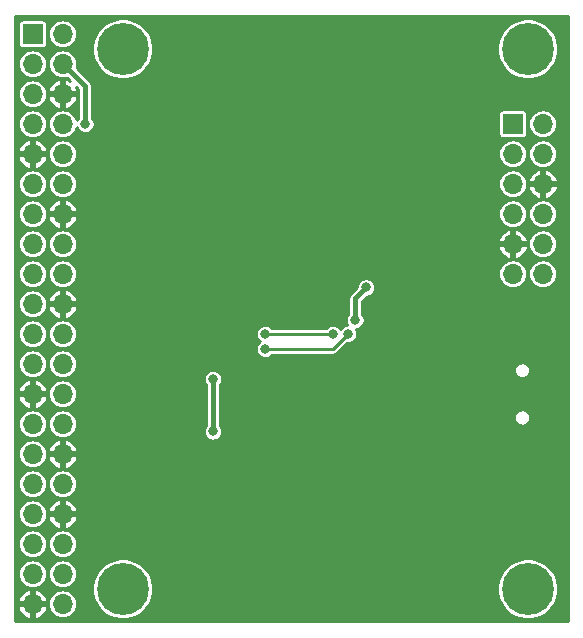
<source format=gbr>
G04 #@! TF.GenerationSoftware,KiCad,Pcbnew,(5.0.1)-3*
G04 #@! TF.CreationDate,2018-12-20T13:20:35+01:00*
G04 #@! TF.ProjectId,HB-RF-USB,48422D52462D5553422E6B696361645F,rev?*
G04 #@! TF.SameCoordinates,Original*
G04 #@! TF.FileFunction,Copper,L2,Bot,Signal*
G04 #@! TF.FilePolarity,Positive*
%FSLAX46Y46*%
G04 Gerber Fmt 4.6, Leading zero omitted, Abs format (unit mm)*
G04 Created by KiCad (PCBNEW (5.0.1)-3) date 20.12.2018 13:20:35*
%MOMM*%
%LPD*%
G01*
G04 APERTURE LIST*
G04 #@! TA.AperFunction,ComponentPad*
%ADD10C,0.700000*%
G04 #@! TD*
G04 #@! TA.AperFunction,ComponentPad*
%ADD11C,4.400000*%
G04 #@! TD*
G04 #@! TA.AperFunction,ComponentPad*
%ADD12O,1.700000X1.700000*%
G04 #@! TD*
G04 #@! TA.AperFunction,ComponentPad*
%ADD13R,1.700000X1.700000*%
G04 #@! TD*
G04 #@! TA.AperFunction,ViaPad*
%ADD14C,0.800000*%
G04 #@! TD*
G04 #@! TA.AperFunction,Conductor*
%ADD15C,0.400000*%
G04 #@! TD*
G04 #@! TA.AperFunction,Conductor*
%ADD16C,0.250000*%
G04 #@! TD*
G04 #@! TA.AperFunction,Conductor*
%ADD17C,0.254000*%
G04 #@! TD*
G04 APERTURE END LIST*
D10*
G04 #@! TO.P,,1*
G04 #@! TO.N,N/C*
X76096726Y-52808274D03*
X74930000Y-52325000D03*
X73763274Y-52808274D03*
X73280000Y-53975000D03*
X73763274Y-55141726D03*
X74930000Y-55625000D03*
X76096726Y-55141726D03*
X76580000Y-53975000D03*
D11*
X74930000Y-53975000D03*
G04 #@! TD*
G04 #@! TO.P,,1*
G04 #@! TO.N,N/C*
X40640000Y-53975000D03*
D10*
X42290000Y-53975000D03*
X41806726Y-55141726D03*
X40640000Y-55625000D03*
X39473274Y-55141726D03*
X38990000Y-53975000D03*
X39473274Y-52808274D03*
X40640000Y-52325000D03*
X41806726Y-52808274D03*
G04 #@! TD*
G04 #@! TO.P,,1*
G04 #@! TO.N,N/C*
X41806726Y-98528274D03*
X40640000Y-98045000D03*
X39473274Y-98528274D03*
X38990000Y-99695000D03*
X39473274Y-100861726D03*
X40640000Y-101345000D03*
X41806726Y-100861726D03*
X42290000Y-99695000D03*
D11*
X40640000Y-99695000D03*
G04 #@! TD*
D12*
G04 #@! TO.P,J2,40*
G04 #@! TO.N,/B_LED*
X35540000Y-100965000D03*
G04 #@! TO.P,J2,39*
G04 #@! TO.N,GND*
X33000000Y-100965000D03*
G04 #@! TO.P,J2,38*
G04 #@! TO.N,/G_LED*
X35540000Y-98425000D03*
G04 #@! TO.P,J2,37*
G04 #@! TO.N,Net-(J2-Pad37)*
X33000000Y-98425000D03*
G04 #@! TO.P,J2,36*
G04 #@! TO.N,/R_LED*
X35540000Y-95885000D03*
G04 #@! TO.P,J2,35*
G04 #@! TO.N,/RESET*
X33000000Y-95885000D03*
G04 #@! TO.P,J2,34*
G04 #@! TO.N,GND*
X35540000Y-93345000D03*
G04 #@! TO.P,J2,33*
G04 #@! TO.N,Net-(J2-Pad33)*
X33000000Y-93345000D03*
G04 #@! TO.P,J2,32*
G04 #@! TO.N,Net-(J2-Pad32)*
X35540000Y-90805000D03*
G04 #@! TO.P,J2,31*
G04 #@! TO.N,Net-(J2-Pad31)*
X33000000Y-90805000D03*
G04 #@! TO.P,J2,30*
G04 #@! TO.N,GND*
X35540000Y-88265000D03*
G04 #@! TO.P,J2,29*
G04 #@! TO.N,Net-(J2-Pad29)*
X33000000Y-88265000D03*
G04 #@! TO.P,J2,28*
G04 #@! TO.N,Net-(J2-Pad28)*
X35540000Y-85725000D03*
G04 #@! TO.P,J2,27*
G04 #@! TO.N,Net-(J2-Pad27)*
X33000000Y-85725000D03*
G04 #@! TO.P,J2,26*
G04 #@! TO.N,Net-(J2-Pad26)*
X35540000Y-83185000D03*
G04 #@! TO.P,J2,25*
G04 #@! TO.N,GND*
X33000000Y-83185000D03*
G04 #@! TO.P,J2,24*
G04 #@! TO.N,Net-(J2-Pad24)*
X35540000Y-80645000D03*
G04 #@! TO.P,J2,23*
G04 #@! TO.N,Net-(J2-Pad23)*
X33000000Y-80645000D03*
G04 #@! TO.P,J2,22*
G04 #@! TO.N,Net-(J2-Pad22)*
X35540000Y-78105000D03*
G04 #@! TO.P,J2,21*
G04 #@! TO.N,Net-(J2-Pad21)*
X33000000Y-78105000D03*
G04 #@! TO.P,J2,20*
G04 #@! TO.N,GND*
X35540000Y-75565000D03*
G04 #@! TO.P,J2,19*
G04 #@! TO.N,Net-(J2-Pad19)*
X33000000Y-75565000D03*
G04 #@! TO.P,J2,18*
G04 #@! TO.N,Net-(J2-Pad18)*
X35540000Y-73025000D03*
G04 #@! TO.P,J2,17*
G04 #@! TO.N,Net-(J2-Pad17)*
X33000000Y-73025000D03*
G04 #@! TO.P,J2,16*
G04 #@! TO.N,Net-(J2-Pad16)*
X35540000Y-70485000D03*
G04 #@! TO.P,J2,15*
G04 #@! TO.N,Net-(J2-Pad15)*
X33000000Y-70485000D03*
G04 #@! TO.P,J2,14*
G04 #@! TO.N,GND*
X35540000Y-67945000D03*
G04 #@! TO.P,J2,13*
G04 #@! TO.N,Net-(J2-Pad13)*
X33000000Y-67945000D03*
G04 #@! TO.P,J2,12*
G04 #@! TO.N,Net-(J2-Pad12)*
X35540000Y-65405000D03*
G04 #@! TO.P,J2,11*
G04 #@! TO.N,Net-(J2-Pad11)*
X33000000Y-65405000D03*
G04 #@! TO.P,J2,10*
G04 #@! TO.N,/RXD*
X35540000Y-62865000D03*
G04 #@! TO.P,J2,9*
G04 #@! TO.N,GND*
X33000000Y-62865000D03*
G04 #@! TO.P,J2,8*
G04 #@! TO.N,/TXD*
X35540000Y-60325000D03*
G04 #@! TO.P,J2,7*
G04 #@! TO.N,Net-(J2-Pad7)*
X33000000Y-60325000D03*
G04 #@! TO.P,J2,6*
G04 #@! TO.N,GND*
X35540000Y-57785000D03*
G04 #@! TO.P,J2,5*
G04 #@! TO.N,Net-(J2-Pad5)*
X33000000Y-57785000D03*
G04 #@! TO.P,J2,4*
G04 #@! TO.N,Net-(C5-Pad1)*
X35540000Y-55245000D03*
G04 #@! TO.P,J2,3*
G04 #@! TO.N,Net-(J2-Pad3)*
X33000000Y-55245000D03*
G04 #@! TO.P,J2,2*
G04 #@! TO.N,Net-(C5-Pad1)*
X35540000Y-52705000D03*
D13*
G04 #@! TO.P,J2,1*
G04 #@! TO.N,Net-(J2-Pad1)*
X33000000Y-52705000D03*
G04 #@! TD*
D12*
G04 #@! TO.P,J3,12*
G04 #@! TO.N,/RESET*
X76200000Y-73025000D03*
G04 #@! TO.P,J3,11*
G04 #@! TO.N,Net-(J3-Pad11)*
X73660000Y-73025000D03*
G04 #@! TO.P,J3,10*
G04 #@! TO.N,/RXD*
X76200000Y-70485000D03*
G04 #@! TO.P,J3,9*
G04 #@! TO.N,GND*
X73660000Y-70485000D03*
G04 #@! TO.P,J3,8*
G04 #@! TO.N,/TXD*
X76200000Y-67945000D03*
G04 #@! TO.P,J3,7*
G04 #@! TO.N,Net-(J3-Pad7)*
X73660000Y-67945000D03*
G04 #@! TO.P,J3,6*
G04 #@! TO.N,GND*
X76200000Y-65405000D03*
G04 #@! TO.P,J3,5*
G04 #@! TO.N,Net-(J3-Pad5)*
X73660000Y-65405000D03*
G04 #@! TO.P,J3,4*
G04 #@! TO.N,Net-(J3-Pad4)*
X76200000Y-62865000D03*
G04 #@! TO.P,J3,3*
G04 #@! TO.N,Net-(J3-Pad3)*
X73660000Y-62865000D03*
G04 #@! TO.P,J3,2*
G04 #@! TO.N,Net-(J3-Pad2)*
X76200000Y-60325000D03*
D13*
G04 #@! TO.P,J3,1*
G04 #@! TO.N,Net-(C3-Pad1)*
X73660000Y-60325000D03*
G04 #@! TD*
D11*
G04 #@! TO.P,,1*
G04 #@! TO.N,N/C*
X74930000Y-99695000D03*
D10*
X76580000Y-99695000D03*
X76096726Y-100861726D03*
X74930000Y-101345000D03*
X73763274Y-100861726D03*
X73280000Y-99695000D03*
X73763274Y-98528274D03*
X74930000Y-98045000D03*
X76096726Y-98528274D03*
G04 #@! TD*
D14*
G04 #@! TO.N,+5V*
X48260000Y-86360000D03*
X48260000Y-81915000D03*
G04 #@! TO.N,GND*
X59055000Y-71120000D03*
X60960000Y-81280000D03*
X55245000Y-84455000D03*
X60325000Y-86830000D03*
X72390000Y-81280000D03*
X74295000Y-92075000D03*
X70485000Y-89535000D03*
X48260000Y-62865000D03*
X38735000Y-78740000D03*
G04 #@! TO.N,+3V3*
X60325000Y-76940000D03*
X61232653Y-74177347D03*
G04 #@! TO.N,Net-(C5-Pad1)*
X37465000Y-60325000D03*
G04 #@! TO.N,/B_LED*
X52705000Y-79375000D03*
X59690000Y-78105000D03*
G04 #@! TO.N,/G_LED*
X58420000Y-78105000D03*
X52705000Y-78105000D03*
G04 #@! TD*
D15*
G04 #@! TO.N,+5V*
X48260000Y-86360000D02*
X48260000Y-81915000D01*
G04 #@! TO.N,+3V3*
X60325000Y-75085000D02*
X61232653Y-74177347D01*
X60325000Y-76940000D02*
X60325000Y-75085000D01*
G04 #@! TO.N,Net-(C5-Pad1)*
X35560000Y-55245000D02*
X35540000Y-55245000D01*
X37465000Y-57150000D02*
X35560000Y-55245000D01*
X37465000Y-57785000D02*
X37465000Y-57150000D01*
X37465000Y-60325000D02*
X37465000Y-57785000D01*
D16*
G04 #@! TO.N,/B_LED*
X52705000Y-79375000D02*
X58420000Y-79375000D01*
X58420000Y-79375000D02*
X59690000Y-78105000D01*
G04 #@! TO.N,/G_LED*
X52705000Y-78105000D02*
X58420000Y-78105000D01*
G04 #@! TD*
D17*
G04 #@! TO.N,GND*
G36*
X78309000Y-102439000D02*
X31546000Y-102439000D01*
X31546000Y-101290785D01*
X31754916Y-101290785D01*
X31783749Y-101385853D01*
X31889223Y-101615045D01*
X32037384Y-101819256D01*
X32222538Y-101990639D01*
X32437569Y-102122607D01*
X32674214Y-102210089D01*
X32873000Y-102136474D01*
X32873000Y-101092000D01*
X33127000Y-101092000D01*
X33127000Y-102136474D01*
X33325786Y-102210089D01*
X33562431Y-102122607D01*
X33777462Y-101990639D01*
X33962616Y-101819256D01*
X34110777Y-101615045D01*
X34216251Y-101385853D01*
X34245084Y-101290785D01*
X34170883Y-101092000D01*
X33127000Y-101092000D01*
X32873000Y-101092000D01*
X31829117Y-101092000D01*
X31754916Y-101290785D01*
X31546000Y-101290785D01*
X31546000Y-100965000D01*
X34303044Y-100965000D01*
X34326812Y-101206318D01*
X34397202Y-101438363D01*
X34511509Y-101652216D01*
X34665340Y-101839660D01*
X34852784Y-101993491D01*
X35066637Y-102107798D01*
X35298682Y-102178188D01*
X35479528Y-102196000D01*
X35600472Y-102196000D01*
X35781318Y-102178188D01*
X36013363Y-102107798D01*
X36227216Y-101993491D01*
X36414660Y-101839660D01*
X36568491Y-101652216D01*
X36682798Y-101438363D01*
X36753188Y-101206318D01*
X36776956Y-100965000D01*
X36753188Y-100723682D01*
X36682798Y-100491637D01*
X36568491Y-100277784D01*
X36414660Y-100090340D01*
X36227216Y-99936509D01*
X36013363Y-99822202D01*
X35781318Y-99751812D01*
X35600472Y-99734000D01*
X35479528Y-99734000D01*
X35298682Y-99751812D01*
X35066637Y-99822202D01*
X34852784Y-99936509D01*
X34665340Y-100090340D01*
X34511509Y-100277784D01*
X34397202Y-100491637D01*
X34326812Y-100723682D01*
X34303044Y-100965000D01*
X31546000Y-100965000D01*
X31546000Y-100639215D01*
X31754916Y-100639215D01*
X31829117Y-100838000D01*
X32873000Y-100838000D01*
X32873000Y-99793526D01*
X33127000Y-99793526D01*
X33127000Y-100838000D01*
X34170883Y-100838000D01*
X34245084Y-100639215D01*
X34216251Y-100544147D01*
X34110777Y-100314955D01*
X33962616Y-100110744D01*
X33777462Y-99939361D01*
X33562431Y-99807393D01*
X33325786Y-99719911D01*
X33127000Y-99793526D01*
X32873000Y-99793526D01*
X32674214Y-99719911D01*
X32437569Y-99807393D01*
X32222538Y-99939361D01*
X32037384Y-100110744D01*
X31889223Y-100314955D01*
X31783749Y-100544147D01*
X31754916Y-100639215D01*
X31546000Y-100639215D01*
X31546000Y-98425000D01*
X31763044Y-98425000D01*
X31786812Y-98666318D01*
X31857202Y-98898363D01*
X31971509Y-99112216D01*
X32125340Y-99299660D01*
X32312784Y-99453491D01*
X32526637Y-99567798D01*
X32758682Y-99638188D01*
X32939528Y-99656000D01*
X33060472Y-99656000D01*
X33241318Y-99638188D01*
X33473363Y-99567798D01*
X33687216Y-99453491D01*
X33874660Y-99299660D01*
X34028491Y-99112216D01*
X34142798Y-98898363D01*
X34213188Y-98666318D01*
X34236956Y-98425000D01*
X34303044Y-98425000D01*
X34326812Y-98666318D01*
X34397202Y-98898363D01*
X34511509Y-99112216D01*
X34665340Y-99299660D01*
X34852784Y-99453491D01*
X35066637Y-99567798D01*
X35298682Y-99638188D01*
X35479528Y-99656000D01*
X35600472Y-99656000D01*
X35781318Y-99638188D01*
X36013363Y-99567798D01*
X36227216Y-99453491D01*
X36242687Y-99440794D01*
X38059000Y-99440794D01*
X38059000Y-99949206D01*
X38158187Y-100447850D01*
X38352748Y-100917562D01*
X38635207Y-101340291D01*
X38994709Y-101699793D01*
X39417438Y-101982252D01*
X39887150Y-102176813D01*
X40385794Y-102276000D01*
X40894206Y-102276000D01*
X41392850Y-102176813D01*
X41862562Y-101982252D01*
X42285291Y-101699793D01*
X42644793Y-101340291D01*
X42927252Y-100917562D01*
X43121813Y-100447850D01*
X43221000Y-99949206D01*
X43221000Y-99440794D01*
X72349000Y-99440794D01*
X72349000Y-99949206D01*
X72448187Y-100447850D01*
X72642748Y-100917562D01*
X72925207Y-101340291D01*
X73284709Y-101699793D01*
X73707438Y-101982252D01*
X74177150Y-102176813D01*
X74675794Y-102276000D01*
X75184206Y-102276000D01*
X75682850Y-102176813D01*
X76152562Y-101982252D01*
X76575291Y-101699793D01*
X76934793Y-101340291D01*
X77217252Y-100917562D01*
X77411813Y-100447850D01*
X77511000Y-99949206D01*
X77511000Y-99440794D01*
X77411813Y-98942150D01*
X77217252Y-98472438D01*
X76934793Y-98049709D01*
X76575291Y-97690207D01*
X76152562Y-97407748D01*
X75682850Y-97213187D01*
X75184206Y-97114000D01*
X74675794Y-97114000D01*
X74177150Y-97213187D01*
X73707438Y-97407748D01*
X73284709Y-97690207D01*
X72925207Y-98049709D01*
X72642748Y-98472438D01*
X72448187Y-98942150D01*
X72349000Y-99440794D01*
X43221000Y-99440794D01*
X43121813Y-98942150D01*
X42927252Y-98472438D01*
X42644793Y-98049709D01*
X42285291Y-97690207D01*
X41862562Y-97407748D01*
X41392850Y-97213187D01*
X40894206Y-97114000D01*
X40385794Y-97114000D01*
X39887150Y-97213187D01*
X39417438Y-97407748D01*
X38994709Y-97690207D01*
X38635207Y-98049709D01*
X38352748Y-98472438D01*
X38158187Y-98942150D01*
X38059000Y-99440794D01*
X36242687Y-99440794D01*
X36414660Y-99299660D01*
X36568491Y-99112216D01*
X36682798Y-98898363D01*
X36753188Y-98666318D01*
X36776956Y-98425000D01*
X36753188Y-98183682D01*
X36682798Y-97951637D01*
X36568491Y-97737784D01*
X36414660Y-97550340D01*
X36227216Y-97396509D01*
X36013363Y-97282202D01*
X35781318Y-97211812D01*
X35600472Y-97194000D01*
X35479528Y-97194000D01*
X35298682Y-97211812D01*
X35066637Y-97282202D01*
X34852784Y-97396509D01*
X34665340Y-97550340D01*
X34511509Y-97737784D01*
X34397202Y-97951637D01*
X34326812Y-98183682D01*
X34303044Y-98425000D01*
X34236956Y-98425000D01*
X34213188Y-98183682D01*
X34142798Y-97951637D01*
X34028491Y-97737784D01*
X33874660Y-97550340D01*
X33687216Y-97396509D01*
X33473363Y-97282202D01*
X33241318Y-97211812D01*
X33060472Y-97194000D01*
X32939528Y-97194000D01*
X32758682Y-97211812D01*
X32526637Y-97282202D01*
X32312784Y-97396509D01*
X32125340Y-97550340D01*
X31971509Y-97737784D01*
X31857202Y-97951637D01*
X31786812Y-98183682D01*
X31763044Y-98425000D01*
X31546000Y-98425000D01*
X31546000Y-95885000D01*
X31763044Y-95885000D01*
X31786812Y-96126318D01*
X31857202Y-96358363D01*
X31971509Y-96572216D01*
X32125340Y-96759660D01*
X32312784Y-96913491D01*
X32526637Y-97027798D01*
X32758682Y-97098188D01*
X32939528Y-97116000D01*
X33060472Y-97116000D01*
X33241318Y-97098188D01*
X33473363Y-97027798D01*
X33687216Y-96913491D01*
X33874660Y-96759660D01*
X34028491Y-96572216D01*
X34142798Y-96358363D01*
X34213188Y-96126318D01*
X34236956Y-95885000D01*
X34303044Y-95885000D01*
X34326812Y-96126318D01*
X34397202Y-96358363D01*
X34511509Y-96572216D01*
X34665340Y-96759660D01*
X34852784Y-96913491D01*
X35066637Y-97027798D01*
X35298682Y-97098188D01*
X35479528Y-97116000D01*
X35600472Y-97116000D01*
X35781318Y-97098188D01*
X36013363Y-97027798D01*
X36227216Y-96913491D01*
X36414660Y-96759660D01*
X36568491Y-96572216D01*
X36682798Y-96358363D01*
X36753188Y-96126318D01*
X36776956Y-95885000D01*
X36753188Y-95643682D01*
X36682798Y-95411637D01*
X36568491Y-95197784D01*
X36414660Y-95010340D01*
X36227216Y-94856509D01*
X36013363Y-94742202D01*
X35781318Y-94671812D01*
X35600472Y-94654000D01*
X35479528Y-94654000D01*
X35298682Y-94671812D01*
X35066637Y-94742202D01*
X34852784Y-94856509D01*
X34665340Y-95010340D01*
X34511509Y-95197784D01*
X34397202Y-95411637D01*
X34326812Y-95643682D01*
X34303044Y-95885000D01*
X34236956Y-95885000D01*
X34213188Y-95643682D01*
X34142798Y-95411637D01*
X34028491Y-95197784D01*
X33874660Y-95010340D01*
X33687216Y-94856509D01*
X33473363Y-94742202D01*
X33241318Y-94671812D01*
X33060472Y-94654000D01*
X32939528Y-94654000D01*
X32758682Y-94671812D01*
X32526637Y-94742202D01*
X32312784Y-94856509D01*
X32125340Y-95010340D01*
X31971509Y-95197784D01*
X31857202Y-95411637D01*
X31786812Y-95643682D01*
X31763044Y-95885000D01*
X31546000Y-95885000D01*
X31546000Y-93345000D01*
X31763044Y-93345000D01*
X31786812Y-93586318D01*
X31857202Y-93818363D01*
X31971509Y-94032216D01*
X32125340Y-94219660D01*
X32312784Y-94373491D01*
X32526637Y-94487798D01*
X32758682Y-94558188D01*
X32939528Y-94576000D01*
X33060472Y-94576000D01*
X33241318Y-94558188D01*
X33473363Y-94487798D01*
X33687216Y-94373491D01*
X33874660Y-94219660D01*
X34028491Y-94032216D01*
X34142798Y-93818363D01*
X34187565Y-93670785D01*
X34294916Y-93670785D01*
X34323749Y-93765853D01*
X34429223Y-93995045D01*
X34577384Y-94199256D01*
X34762538Y-94370639D01*
X34977569Y-94502607D01*
X35214214Y-94590089D01*
X35413000Y-94516474D01*
X35413000Y-93472000D01*
X35667000Y-93472000D01*
X35667000Y-94516474D01*
X35865786Y-94590089D01*
X36102431Y-94502607D01*
X36317462Y-94370639D01*
X36502616Y-94199256D01*
X36650777Y-93995045D01*
X36756251Y-93765853D01*
X36785084Y-93670785D01*
X36710883Y-93472000D01*
X35667000Y-93472000D01*
X35413000Y-93472000D01*
X34369117Y-93472000D01*
X34294916Y-93670785D01*
X34187565Y-93670785D01*
X34213188Y-93586318D01*
X34236956Y-93345000D01*
X34213188Y-93103682D01*
X34187566Y-93019215D01*
X34294916Y-93019215D01*
X34369117Y-93218000D01*
X35413000Y-93218000D01*
X35413000Y-92173526D01*
X35667000Y-92173526D01*
X35667000Y-93218000D01*
X36710883Y-93218000D01*
X36785084Y-93019215D01*
X36756251Y-92924147D01*
X36650777Y-92694955D01*
X36502616Y-92490744D01*
X36317462Y-92319361D01*
X36102431Y-92187393D01*
X35865786Y-92099911D01*
X35667000Y-92173526D01*
X35413000Y-92173526D01*
X35214214Y-92099911D01*
X34977569Y-92187393D01*
X34762538Y-92319361D01*
X34577384Y-92490744D01*
X34429223Y-92694955D01*
X34323749Y-92924147D01*
X34294916Y-93019215D01*
X34187566Y-93019215D01*
X34142798Y-92871637D01*
X34028491Y-92657784D01*
X33874660Y-92470340D01*
X33687216Y-92316509D01*
X33473363Y-92202202D01*
X33241318Y-92131812D01*
X33060472Y-92114000D01*
X32939528Y-92114000D01*
X32758682Y-92131812D01*
X32526637Y-92202202D01*
X32312784Y-92316509D01*
X32125340Y-92470340D01*
X31971509Y-92657784D01*
X31857202Y-92871637D01*
X31786812Y-93103682D01*
X31763044Y-93345000D01*
X31546000Y-93345000D01*
X31546000Y-90805000D01*
X31763044Y-90805000D01*
X31786812Y-91046318D01*
X31857202Y-91278363D01*
X31971509Y-91492216D01*
X32125340Y-91679660D01*
X32312784Y-91833491D01*
X32526637Y-91947798D01*
X32758682Y-92018188D01*
X32939528Y-92036000D01*
X33060472Y-92036000D01*
X33241318Y-92018188D01*
X33473363Y-91947798D01*
X33687216Y-91833491D01*
X33874660Y-91679660D01*
X34028491Y-91492216D01*
X34142798Y-91278363D01*
X34213188Y-91046318D01*
X34236956Y-90805000D01*
X34303044Y-90805000D01*
X34326812Y-91046318D01*
X34397202Y-91278363D01*
X34511509Y-91492216D01*
X34665340Y-91679660D01*
X34852784Y-91833491D01*
X35066637Y-91947798D01*
X35298682Y-92018188D01*
X35479528Y-92036000D01*
X35600472Y-92036000D01*
X35781318Y-92018188D01*
X36013363Y-91947798D01*
X36227216Y-91833491D01*
X36414660Y-91679660D01*
X36568491Y-91492216D01*
X36682798Y-91278363D01*
X36753188Y-91046318D01*
X36776956Y-90805000D01*
X36753188Y-90563682D01*
X36682798Y-90331637D01*
X36568491Y-90117784D01*
X36414660Y-89930340D01*
X36227216Y-89776509D01*
X36013363Y-89662202D01*
X35781318Y-89591812D01*
X35600472Y-89574000D01*
X35479528Y-89574000D01*
X35298682Y-89591812D01*
X35066637Y-89662202D01*
X34852784Y-89776509D01*
X34665340Y-89930340D01*
X34511509Y-90117784D01*
X34397202Y-90331637D01*
X34326812Y-90563682D01*
X34303044Y-90805000D01*
X34236956Y-90805000D01*
X34213188Y-90563682D01*
X34142798Y-90331637D01*
X34028491Y-90117784D01*
X33874660Y-89930340D01*
X33687216Y-89776509D01*
X33473363Y-89662202D01*
X33241318Y-89591812D01*
X33060472Y-89574000D01*
X32939528Y-89574000D01*
X32758682Y-89591812D01*
X32526637Y-89662202D01*
X32312784Y-89776509D01*
X32125340Y-89930340D01*
X31971509Y-90117784D01*
X31857202Y-90331637D01*
X31786812Y-90563682D01*
X31763044Y-90805000D01*
X31546000Y-90805000D01*
X31546000Y-88265000D01*
X31763044Y-88265000D01*
X31786812Y-88506318D01*
X31857202Y-88738363D01*
X31971509Y-88952216D01*
X32125340Y-89139660D01*
X32312784Y-89293491D01*
X32526637Y-89407798D01*
X32758682Y-89478188D01*
X32939528Y-89496000D01*
X33060472Y-89496000D01*
X33241318Y-89478188D01*
X33473363Y-89407798D01*
X33687216Y-89293491D01*
X33874660Y-89139660D01*
X34028491Y-88952216D01*
X34142798Y-88738363D01*
X34187565Y-88590785D01*
X34294916Y-88590785D01*
X34323749Y-88685853D01*
X34429223Y-88915045D01*
X34577384Y-89119256D01*
X34762538Y-89290639D01*
X34977569Y-89422607D01*
X35214214Y-89510089D01*
X35413000Y-89436474D01*
X35413000Y-88392000D01*
X35667000Y-88392000D01*
X35667000Y-89436474D01*
X35865786Y-89510089D01*
X36102431Y-89422607D01*
X36317462Y-89290639D01*
X36502616Y-89119256D01*
X36650777Y-88915045D01*
X36756251Y-88685853D01*
X36785084Y-88590785D01*
X36710883Y-88392000D01*
X35667000Y-88392000D01*
X35413000Y-88392000D01*
X34369117Y-88392000D01*
X34294916Y-88590785D01*
X34187565Y-88590785D01*
X34213188Y-88506318D01*
X34236956Y-88265000D01*
X34213188Y-88023682D01*
X34187566Y-87939215D01*
X34294916Y-87939215D01*
X34369117Y-88138000D01*
X35413000Y-88138000D01*
X35413000Y-87093526D01*
X35667000Y-87093526D01*
X35667000Y-88138000D01*
X36710883Y-88138000D01*
X36785084Y-87939215D01*
X36756251Y-87844147D01*
X36650777Y-87614955D01*
X36502616Y-87410744D01*
X36317462Y-87239361D01*
X36102431Y-87107393D01*
X35865786Y-87019911D01*
X35667000Y-87093526D01*
X35413000Y-87093526D01*
X35214214Y-87019911D01*
X34977569Y-87107393D01*
X34762538Y-87239361D01*
X34577384Y-87410744D01*
X34429223Y-87614955D01*
X34323749Y-87844147D01*
X34294916Y-87939215D01*
X34187566Y-87939215D01*
X34142798Y-87791637D01*
X34028491Y-87577784D01*
X33874660Y-87390340D01*
X33687216Y-87236509D01*
X33473363Y-87122202D01*
X33241318Y-87051812D01*
X33060472Y-87034000D01*
X32939528Y-87034000D01*
X32758682Y-87051812D01*
X32526637Y-87122202D01*
X32312784Y-87236509D01*
X32125340Y-87390340D01*
X31971509Y-87577784D01*
X31857202Y-87791637D01*
X31786812Y-88023682D01*
X31763044Y-88265000D01*
X31546000Y-88265000D01*
X31546000Y-85725000D01*
X31763044Y-85725000D01*
X31786812Y-85966318D01*
X31857202Y-86198363D01*
X31971509Y-86412216D01*
X32125340Y-86599660D01*
X32312784Y-86753491D01*
X32526637Y-86867798D01*
X32758682Y-86938188D01*
X32939528Y-86956000D01*
X33060472Y-86956000D01*
X33241318Y-86938188D01*
X33473363Y-86867798D01*
X33687216Y-86753491D01*
X33874660Y-86599660D01*
X34028491Y-86412216D01*
X34142798Y-86198363D01*
X34213188Y-85966318D01*
X34236956Y-85725000D01*
X34303044Y-85725000D01*
X34326812Y-85966318D01*
X34397202Y-86198363D01*
X34511509Y-86412216D01*
X34665340Y-86599660D01*
X34852784Y-86753491D01*
X35066637Y-86867798D01*
X35298682Y-86938188D01*
X35479528Y-86956000D01*
X35600472Y-86956000D01*
X35781318Y-86938188D01*
X36013363Y-86867798D01*
X36227216Y-86753491D01*
X36414660Y-86599660D01*
X36568491Y-86412216D01*
X36682798Y-86198363D01*
X36753188Y-85966318D01*
X36776956Y-85725000D01*
X36753188Y-85483682D01*
X36682798Y-85251637D01*
X36568491Y-85037784D01*
X36414660Y-84850340D01*
X36227216Y-84696509D01*
X36013363Y-84582202D01*
X35781318Y-84511812D01*
X35600472Y-84494000D01*
X35479528Y-84494000D01*
X35298682Y-84511812D01*
X35066637Y-84582202D01*
X34852784Y-84696509D01*
X34665340Y-84850340D01*
X34511509Y-85037784D01*
X34397202Y-85251637D01*
X34326812Y-85483682D01*
X34303044Y-85725000D01*
X34236956Y-85725000D01*
X34213188Y-85483682D01*
X34142798Y-85251637D01*
X34028491Y-85037784D01*
X33874660Y-84850340D01*
X33687216Y-84696509D01*
X33473363Y-84582202D01*
X33241318Y-84511812D01*
X33060472Y-84494000D01*
X32939528Y-84494000D01*
X32758682Y-84511812D01*
X32526637Y-84582202D01*
X32312784Y-84696509D01*
X32125340Y-84850340D01*
X31971509Y-85037784D01*
X31857202Y-85251637D01*
X31786812Y-85483682D01*
X31763044Y-85725000D01*
X31546000Y-85725000D01*
X31546000Y-83510785D01*
X31754916Y-83510785D01*
X31783749Y-83605853D01*
X31889223Y-83835045D01*
X32037384Y-84039256D01*
X32222538Y-84210639D01*
X32437569Y-84342607D01*
X32674214Y-84430089D01*
X32873000Y-84356474D01*
X32873000Y-83312000D01*
X33127000Y-83312000D01*
X33127000Y-84356474D01*
X33325786Y-84430089D01*
X33562431Y-84342607D01*
X33777462Y-84210639D01*
X33962616Y-84039256D01*
X34110777Y-83835045D01*
X34216251Y-83605853D01*
X34245084Y-83510785D01*
X34170883Y-83312000D01*
X33127000Y-83312000D01*
X32873000Y-83312000D01*
X31829117Y-83312000D01*
X31754916Y-83510785D01*
X31546000Y-83510785D01*
X31546000Y-83185000D01*
X34303044Y-83185000D01*
X34326812Y-83426318D01*
X34397202Y-83658363D01*
X34511509Y-83872216D01*
X34665340Y-84059660D01*
X34852784Y-84213491D01*
X35066637Y-84327798D01*
X35298682Y-84398188D01*
X35479528Y-84416000D01*
X35600472Y-84416000D01*
X35781318Y-84398188D01*
X36013363Y-84327798D01*
X36227216Y-84213491D01*
X36414660Y-84059660D01*
X36568491Y-83872216D01*
X36682798Y-83658363D01*
X36753188Y-83426318D01*
X36776956Y-83185000D01*
X36753188Y-82943682D01*
X36682798Y-82711637D01*
X36568491Y-82497784D01*
X36414660Y-82310340D01*
X36227216Y-82156509D01*
X36013363Y-82042202D01*
X35781318Y-81971812D01*
X35600472Y-81954000D01*
X35479528Y-81954000D01*
X35298682Y-81971812D01*
X35066637Y-82042202D01*
X34852784Y-82156509D01*
X34665340Y-82310340D01*
X34511509Y-82497784D01*
X34397202Y-82711637D01*
X34326812Y-82943682D01*
X34303044Y-83185000D01*
X31546000Y-83185000D01*
X31546000Y-82859215D01*
X31754916Y-82859215D01*
X31829117Y-83058000D01*
X32873000Y-83058000D01*
X32873000Y-82013526D01*
X33127000Y-82013526D01*
X33127000Y-83058000D01*
X34170883Y-83058000D01*
X34245084Y-82859215D01*
X34216251Y-82764147D01*
X34110777Y-82534955D01*
X33962616Y-82330744D01*
X33777462Y-82159361D01*
X33562431Y-82027393D01*
X33325786Y-81939911D01*
X33127000Y-82013526D01*
X32873000Y-82013526D01*
X32674214Y-81939911D01*
X32437569Y-82027393D01*
X32222538Y-82159361D01*
X32037384Y-82330744D01*
X31889223Y-82534955D01*
X31783749Y-82764147D01*
X31754916Y-82859215D01*
X31546000Y-82859215D01*
X31546000Y-80645000D01*
X31763044Y-80645000D01*
X31786812Y-80886318D01*
X31857202Y-81118363D01*
X31971509Y-81332216D01*
X32125340Y-81519660D01*
X32312784Y-81673491D01*
X32526637Y-81787798D01*
X32758682Y-81858188D01*
X32939528Y-81876000D01*
X33060472Y-81876000D01*
X33241318Y-81858188D01*
X33473363Y-81787798D01*
X33687216Y-81673491D01*
X33874660Y-81519660D01*
X34028491Y-81332216D01*
X34142798Y-81118363D01*
X34213188Y-80886318D01*
X34236956Y-80645000D01*
X34303044Y-80645000D01*
X34326812Y-80886318D01*
X34397202Y-81118363D01*
X34511509Y-81332216D01*
X34665340Y-81519660D01*
X34852784Y-81673491D01*
X35066637Y-81787798D01*
X35298682Y-81858188D01*
X35479528Y-81876000D01*
X35600472Y-81876000D01*
X35781318Y-81858188D01*
X35847611Y-81838078D01*
X47479000Y-81838078D01*
X47479000Y-81991922D01*
X47509013Y-82142809D01*
X47567887Y-82284942D01*
X47653358Y-82412859D01*
X47679001Y-82438502D01*
X47679000Y-85836499D01*
X47653358Y-85862141D01*
X47567887Y-85990058D01*
X47509013Y-86132191D01*
X47479000Y-86283078D01*
X47479000Y-86436922D01*
X47509013Y-86587809D01*
X47567887Y-86729942D01*
X47653358Y-86857859D01*
X47762141Y-86966642D01*
X47890058Y-87052113D01*
X48032191Y-87110987D01*
X48183078Y-87141000D01*
X48336922Y-87141000D01*
X48487809Y-87110987D01*
X48629942Y-87052113D01*
X48757859Y-86966642D01*
X48866642Y-86857859D01*
X48952113Y-86729942D01*
X49010987Y-86587809D01*
X49041000Y-86436922D01*
X49041000Y-86283078D01*
X49010987Y-86132191D01*
X48952113Y-85990058D01*
X48866642Y-85862141D01*
X48841000Y-85836499D01*
X48841000Y-85117927D01*
X73777000Y-85117927D01*
X73777000Y-85252073D01*
X73803171Y-85383640D01*
X73854506Y-85507574D01*
X73929033Y-85619112D01*
X74023888Y-85713967D01*
X74135426Y-85788494D01*
X74259360Y-85839829D01*
X74390927Y-85866000D01*
X74525073Y-85866000D01*
X74656640Y-85839829D01*
X74780574Y-85788494D01*
X74892112Y-85713967D01*
X74986967Y-85619112D01*
X75061494Y-85507574D01*
X75112829Y-85383640D01*
X75139000Y-85252073D01*
X75139000Y-85117927D01*
X75112829Y-84986360D01*
X75061494Y-84862426D01*
X74986967Y-84750888D01*
X74892112Y-84656033D01*
X74780574Y-84581506D01*
X74656640Y-84530171D01*
X74525073Y-84504000D01*
X74390927Y-84504000D01*
X74259360Y-84530171D01*
X74135426Y-84581506D01*
X74023888Y-84656033D01*
X73929033Y-84750888D01*
X73854506Y-84862426D01*
X73803171Y-84986360D01*
X73777000Y-85117927D01*
X48841000Y-85117927D01*
X48841000Y-82438501D01*
X48866642Y-82412859D01*
X48952113Y-82284942D01*
X49010987Y-82142809D01*
X49041000Y-81991922D01*
X49041000Y-81838078D01*
X49010987Y-81687191D01*
X48952113Y-81545058D01*
X48866642Y-81417141D01*
X48757859Y-81308358D01*
X48629942Y-81222887D01*
X48487809Y-81164013D01*
X48336922Y-81134000D01*
X48183078Y-81134000D01*
X48032191Y-81164013D01*
X47890058Y-81222887D01*
X47762141Y-81308358D01*
X47653358Y-81417141D01*
X47567887Y-81545058D01*
X47509013Y-81687191D01*
X47479000Y-81838078D01*
X35847611Y-81838078D01*
X36013363Y-81787798D01*
X36227216Y-81673491D01*
X36414660Y-81519660D01*
X36568491Y-81332216D01*
X36682798Y-81118363D01*
X36682930Y-81117927D01*
X73777000Y-81117927D01*
X73777000Y-81252073D01*
X73803171Y-81383640D01*
X73854506Y-81507574D01*
X73929033Y-81619112D01*
X74023888Y-81713967D01*
X74135426Y-81788494D01*
X74259360Y-81839829D01*
X74390927Y-81866000D01*
X74525073Y-81866000D01*
X74656640Y-81839829D01*
X74780574Y-81788494D01*
X74892112Y-81713967D01*
X74986967Y-81619112D01*
X75061494Y-81507574D01*
X75112829Y-81383640D01*
X75139000Y-81252073D01*
X75139000Y-81117927D01*
X75112829Y-80986360D01*
X75061494Y-80862426D01*
X74986967Y-80750888D01*
X74892112Y-80656033D01*
X74780574Y-80581506D01*
X74656640Y-80530171D01*
X74525073Y-80504000D01*
X74390927Y-80504000D01*
X74259360Y-80530171D01*
X74135426Y-80581506D01*
X74023888Y-80656033D01*
X73929033Y-80750888D01*
X73854506Y-80862426D01*
X73803171Y-80986360D01*
X73777000Y-81117927D01*
X36682930Y-81117927D01*
X36753188Y-80886318D01*
X36776956Y-80645000D01*
X36753188Y-80403682D01*
X36682798Y-80171637D01*
X36568491Y-79957784D01*
X36414660Y-79770340D01*
X36227216Y-79616509D01*
X36013363Y-79502202D01*
X35781318Y-79431812D01*
X35600472Y-79414000D01*
X35479528Y-79414000D01*
X35298682Y-79431812D01*
X35066637Y-79502202D01*
X34852784Y-79616509D01*
X34665340Y-79770340D01*
X34511509Y-79957784D01*
X34397202Y-80171637D01*
X34326812Y-80403682D01*
X34303044Y-80645000D01*
X34236956Y-80645000D01*
X34213188Y-80403682D01*
X34142798Y-80171637D01*
X34028491Y-79957784D01*
X33874660Y-79770340D01*
X33687216Y-79616509D01*
X33473363Y-79502202D01*
X33241318Y-79431812D01*
X33060472Y-79414000D01*
X32939528Y-79414000D01*
X32758682Y-79431812D01*
X32526637Y-79502202D01*
X32312784Y-79616509D01*
X32125340Y-79770340D01*
X31971509Y-79957784D01*
X31857202Y-80171637D01*
X31786812Y-80403682D01*
X31763044Y-80645000D01*
X31546000Y-80645000D01*
X31546000Y-78105000D01*
X31763044Y-78105000D01*
X31786812Y-78346318D01*
X31857202Y-78578363D01*
X31971509Y-78792216D01*
X32125340Y-78979660D01*
X32312784Y-79133491D01*
X32526637Y-79247798D01*
X32758682Y-79318188D01*
X32939528Y-79336000D01*
X33060472Y-79336000D01*
X33241318Y-79318188D01*
X33473363Y-79247798D01*
X33687216Y-79133491D01*
X33874660Y-78979660D01*
X34028491Y-78792216D01*
X34142798Y-78578363D01*
X34213188Y-78346318D01*
X34236956Y-78105000D01*
X34303044Y-78105000D01*
X34326812Y-78346318D01*
X34397202Y-78578363D01*
X34511509Y-78792216D01*
X34665340Y-78979660D01*
X34852784Y-79133491D01*
X35066637Y-79247798D01*
X35298682Y-79318188D01*
X35479528Y-79336000D01*
X35600472Y-79336000D01*
X35781318Y-79318188D01*
X36013363Y-79247798D01*
X36227216Y-79133491D01*
X36414660Y-78979660D01*
X36568491Y-78792216D01*
X36682798Y-78578363D01*
X36753188Y-78346318D01*
X36776956Y-78105000D01*
X36769380Y-78028078D01*
X51924000Y-78028078D01*
X51924000Y-78181922D01*
X51954013Y-78332809D01*
X52012887Y-78474942D01*
X52098358Y-78602859D01*
X52207141Y-78711642D01*
X52249582Y-78740000D01*
X52207141Y-78768358D01*
X52098358Y-78877141D01*
X52012887Y-79005058D01*
X51954013Y-79147191D01*
X51924000Y-79298078D01*
X51924000Y-79451922D01*
X51954013Y-79602809D01*
X52012887Y-79744942D01*
X52098358Y-79872859D01*
X52207141Y-79981642D01*
X52335058Y-80067113D01*
X52477191Y-80125987D01*
X52628078Y-80156000D01*
X52781922Y-80156000D01*
X52932809Y-80125987D01*
X53074942Y-80067113D01*
X53202859Y-79981642D01*
X53303501Y-79881000D01*
X58395154Y-79881000D01*
X58420000Y-79883447D01*
X58444846Y-79881000D01*
X58444854Y-79881000D01*
X58519193Y-79873678D01*
X58614575Y-79844745D01*
X58702479Y-79797759D01*
X58779527Y-79734527D01*
X58795376Y-79715215D01*
X59624592Y-78886000D01*
X59766922Y-78886000D01*
X59917809Y-78855987D01*
X60059942Y-78797113D01*
X60187859Y-78711642D01*
X60296642Y-78602859D01*
X60382113Y-78474942D01*
X60440987Y-78332809D01*
X60471000Y-78181922D01*
X60471000Y-78028078D01*
X60440987Y-77877191D01*
X60382113Y-77735058D01*
X60372720Y-77721000D01*
X60401922Y-77721000D01*
X60552809Y-77690987D01*
X60694942Y-77632113D01*
X60822859Y-77546642D01*
X60931642Y-77437859D01*
X61017113Y-77309942D01*
X61075987Y-77167809D01*
X61106000Y-77016922D01*
X61106000Y-76863078D01*
X61075987Y-76712191D01*
X61017113Y-76570058D01*
X60931642Y-76442141D01*
X60906000Y-76416499D01*
X60906000Y-75325657D01*
X61273311Y-74958347D01*
X61309575Y-74958347D01*
X61460462Y-74928334D01*
X61602595Y-74869460D01*
X61730512Y-74783989D01*
X61839295Y-74675206D01*
X61924766Y-74547289D01*
X61983640Y-74405156D01*
X62013653Y-74254269D01*
X62013653Y-74100425D01*
X61983640Y-73949538D01*
X61924766Y-73807405D01*
X61839295Y-73679488D01*
X61730512Y-73570705D01*
X61602595Y-73485234D01*
X61460462Y-73426360D01*
X61309575Y-73396347D01*
X61155731Y-73396347D01*
X61004844Y-73426360D01*
X60862711Y-73485234D01*
X60734794Y-73570705D01*
X60626011Y-73679488D01*
X60540540Y-73807405D01*
X60481666Y-73949538D01*
X60451653Y-74100425D01*
X60451653Y-74136689D01*
X59934355Y-74653988D01*
X59912184Y-74672183D01*
X59893991Y-74694352D01*
X59839579Y-74760653D01*
X59785629Y-74861586D01*
X59752407Y-74971105D01*
X59741189Y-75085000D01*
X59744001Y-75113550D01*
X59744000Y-76416499D01*
X59718358Y-76442141D01*
X59632887Y-76570058D01*
X59574013Y-76712191D01*
X59544000Y-76863078D01*
X59544000Y-77016922D01*
X59574013Y-77167809D01*
X59632887Y-77309942D01*
X59642280Y-77324000D01*
X59613078Y-77324000D01*
X59462191Y-77354013D01*
X59320058Y-77412887D01*
X59192141Y-77498358D01*
X59083358Y-77607141D01*
X59055000Y-77649582D01*
X59026642Y-77607141D01*
X58917859Y-77498358D01*
X58789942Y-77412887D01*
X58647809Y-77354013D01*
X58496922Y-77324000D01*
X58343078Y-77324000D01*
X58192191Y-77354013D01*
X58050058Y-77412887D01*
X57922141Y-77498358D01*
X57821499Y-77599000D01*
X53303501Y-77599000D01*
X53202859Y-77498358D01*
X53074942Y-77412887D01*
X52932809Y-77354013D01*
X52781922Y-77324000D01*
X52628078Y-77324000D01*
X52477191Y-77354013D01*
X52335058Y-77412887D01*
X52207141Y-77498358D01*
X52098358Y-77607141D01*
X52012887Y-77735058D01*
X51954013Y-77877191D01*
X51924000Y-78028078D01*
X36769380Y-78028078D01*
X36753188Y-77863682D01*
X36682798Y-77631637D01*
X36568491Y-77417784D01*
X36414660Y-77230340D01*
X36227216Y-77076509D01*
X36013363Y-76962202D01*
X35781318Y-76891812D01*
X35600472Y-76874000D01*
X35479528Y-76874000D01*
X35298682Y-76891812D01*
X35066637Y-76962202D01*
X34852784Y-77076509D01*
X34665340Y-77230340D01*
X34511509Y-77417784D01*
X34397202Y-77631637D01*
X34326812Y-77863682D01*
X34303044Y-78105000D01*
X34236956Y-78105000D01*
X34213188Y-77863682D01*
X34142798Y-77631637D01*
X34028491Y-77417784D01*
X33874660Y-77230340D01*
X33687216Y-77076509D01*
X33473363Y-76962202D01*
X33241318Y-76891812D01*
X33060472Y-76874000D01*
X32939528Y-76874000D01*
X32758682Y-76891812D01*
X32526637Y-76962202D01*
X32312784Y-77076509D01*
X32125340Y-77230340D01*
X31971509Y-77417784D01*
X31857202Y-77631637D01*
X31786812Y-77863682D01*
X31763044Y-78105000D01*
X31546000Y-78105000D01*
X31546000Y-75565000D01*
X31763044Y-75565000D01*
X31786812Y-75806318D01*
X31857202Y-76038363D01*
X31971509Y-76252216D01*
X32125340Y-76439660D01*
X32312784Y-76593491D01*
X32526637Y-76707798D01*
X32758682Y-76778188D01*
X32939528Y-76796000D01*
X33060472Y-76796000D01*
X33241318Y-76778188D01*
X33473363Y-76707798D01*
X33687216Y-76593491D01*
X33874660Y-76439660D01*
X34028491Y-76252216D01*
X34142798Y-76038363D01*
X34187565Y-75890785D01*
X34294916Y-75890785D01*
X34323749Y-75985853D01*
X34429223Y-76215045D01*
X34577384Y-76419256D01*
X34762538Y-76590639D01*
X34977569Y-76722607D01*
X35214214Y-76810089D01*
X35413000Y-76736474D01*
X35413000Y-75692000D01*
X35667000Y-75692000D01*
X35667000Y-76736474D01*
X35865786Y-76810089D01*
X36102431Y-76722607D01*
X36317462Y-76590639D01*
X36502616Y-76419256D01*
X36650777Y-76215045D01*
X36756251Y-75985853D01*
X36785084Y-75890785D01*
X36710883Y-75692000D01*
X35667000Y-75692000D01*
X35413000Y-75692000D01*
X34369117Y-75692000D01*
X34294916Y-75890785D01*
X34187565Y-75890785D01*
X34213188Y-75806318D01*
X34236956Y-75565000D01*
X34213188Y-75323682D01*
X34187566Y-75239215D01*
X34294916Y-75239215D01*
X34369117Y-75438000D01*
X35413000Y-75438000D01*
X35413000Y-74393526D01*
X35667000Y-74393526D01*
X35667000Y-75438000D01*
X36710883Y-75438000D01*
X36785084Y-75239215D01*
X36756251Y-75144147D01*
X36650777Y-74914955D01*
X36502616Y-74710744D01*
X36317462Y-74539361D01*
X36102431Y-74407393D01*
X35865786Y-74319911D01*
X35667000Y-74393526D01*
X35413000Y-74393526D01*
X35214214Y-74319911D01*
X34977569Y-74407393D01*
X34762538Y-74539361D01*
X34577384Y-74710744D01*
X34429223Y-74914955D01*
X34323749Y-75144147D01*
X34294916Y-75239215D01*
X34187566Y-75239215D01*
X34142798Y-75091637D01*
X34028491Y-74877784D01*
X33874660Y-74690340D01*
X33687216Y-74536509D01*
X33473363Y-74422202D01*
X33241318Y-74351812D01*
X33060472Y-74334000D01*
X32939528Y-74334000D01*
X32758682Y-74351812D01*
X32526637Y-74422202D01*
X32312784Y-74536509D01*
X32125340Y-74690340D01*
X31971509Y-74877784D01*
X31857202Y-75091637D01*
X31786812Y-75323682D01*
X31763044Y-75565000D01*
X31546000Y-75565000D01*
X31546000Y-73025000D01*
X31763044Y-73025000D01*
X31786812Y-73266318D01*
X31857202Y-73498363D01*
X31971509Y-73712216D01*
X32125340Y-73899660D01*
X32312784Y-74053491D01*
X32526637Y-74167798D01*
X32758682Y-74238188D01*
X32939528Y-74256000D01*
X33060472Y-74256000D01*
X33241318Y-74238188D01*
X33473363Y-74167798D01*
X33687216Y-74053491D01*
X33874660Y-73899660D01*
X34028491Y-73712216D01*
X34142798Y-73498363D01*
X34213188Y-73266318D01*
X34236956Y-73025000D01*
X34303044Y-73025000D01*
X34326812Y-73266318D01*
X34397202Y-73498363D01*
X34511509Y-73712216D01*
X34665340Y-73899660D01*
X34852784Y-74053491D01*
X35066637Y-74167798D01*
X35298682Y-74238188D01*
X35479528Y-74256000D01*
X35600472Y-74256000D01*
X35781318Y-74238188D01*
X36013363Y-74167798D01*
X36227216Y-74053491D01*
X36414660Y-73899660D01*
X36568491Y-73712216D01*
X36682798Y-73498363D01*
X36753188Y-73266318D01*
X36776956Y-73025000D01*
X72423044Y-73025000D01*
X72446812Y-73266318D01*
X72517202Y-73498363D01*
X72631509Y-73712216D01*
X72785340Y-73899660D01*
X72972784Y-74053491D01*
X73186637Y-74167798D01*
X73418682Y-74238188D01*
X73599528Y-74256000D01*
X73720472Y-74256000D01*
X73901318Y-74238188D01*
X74133363Y-74167798D01*
X74347216Y-74053491D01*
X74534660Y-73899660D01*
X74688491Y-73712216D01*
X74802798Y-73498363D01*
X74873188Y-73266318D01*
X74896956Y-73025000D01*
X74963044Y-73025000D01*
X74986812Y-73266318D01*
X75057202Y-73498363D01*
X75171509Y-73712216D01*
X75325340Y-73899660D01*
X75512784Y-74053491D01*
X75726637Y-74167798D01*
X75958682Y-74238188D01*
X76139528Y-74256000D01*
X76260472Y-74256000D01*
X76441318Y-74238188D01*
X76673363Y-74167798D01*
X76887216Y-74053491D01*
X77074660Y-73899660D01*
X77228491Y-73712216D01*
X77342798Y-73498363D01*
X77413188Y-73266318D01*
X77436956Y-73025000D01*
X77413188Y-72783682D01*
X77342798Y-72551637D01*
X77228491Y-72337784D01*
X77074660Y-72150340D01*
X76887216Y-71996509D01*
X76673363Y-71882202D01*
X76441318Y-71811812D01*
X76260472Y-71794000D01*
X76139528Y-71794000D01*
X75958682Y-71811812D01*
X75726637Y-71882202D01*
X75512784Y-71996509D01*
X75325340Y-72150340D01*
X75171509Y-72337784D01*
X75057202Y-72551637D01*
X74986812Y-72783682D01*
X74963044Y-73025000D01*
X74896956Y-73025000D01*
X74873188Y-72783682D01*
X74802798Y-72551637D01*
X74688491Y-72337784D01*
X74534660Y-72150340D01*
X74347216Y-71996509D01*
X74133363Y-71882202D01*
X73901318Y-71811812D01*
X73720472Y-71794000D01*
X73599528Y-71794000D01*
X73418682Y-71811812D01*
X73186637Y-71882202D01*
X72972784Y-71996509D01*
X72785340Y-72150340D01*
X72631509Y-72337784D01*
X72517202Y-72551637D01*
X72446812Y-72783682D01*
X72423044Y-73025000D01*
X36776956Y-73025000D01*
X36753188Y-72783682D01*
X36682798Y-72551637D01*
X36568491Y-72337784D01*
X36414660Y-72150340D01*
X36227216Y-71996509D01*
X36013363Y-71882202D01*
X35781318Y-71811812D01*
X35600472Y-71794000D01*
X35479528Y-71794000D01*
X35298682Y-71811812D01*
X35066637Y-71882202D01*
X34852784Y-71996509D01*
X34665340Y-72150340D01*
X34511509Y-72337784D01*
X34397202Y-72551637D01*
X34326812Y-72783682D01*
X34303044Y-73025000D01*
X34236956Y-73025000D01*
X34213188Y-72783682D01*
X34142798Y-72551637D01*
X34028491Y-72337784D01*
X33874660Y-72150340D01*
X33687216Y-71996509D01*
X33473363Y-71882202D01*
X33241318Y-71811812D01*
X33060472Y-71794000D01*
X32939528Y-71794000D01*
X32758682Y-71811812D01*
X32526637Y-71882202D01*
X32312784Y-71996509D01*
X32125340Y-72150340D01*
X31971509Y-72337784D01*
X31857202Y-72551637D01*
X31786812Y-72783682D01*
X31763044Y-73025000D01*
X31546000Y-73025000D01*
X31546000Y-70485000D01*
X31763044Y-70485000D01*
X31786812Y-70726318D01*
X31857202Y-70958363D01*
X31971509Y-71172216D01*
X32125340Y-71359660D01*
X32312784Y-71513491D01*
X32526637Y-71627798D01*
X32758682Y-71698188D01*
X32939528Y-71716000D01*
X33060472Y-71716000D01*
X33241318Y-71698188D01*
X33473363Y-71627798D01*
X33687216Y-71513491D01*
X33874660Y-71359660D01*
X34028491Y-71172216D01*
X34142798Y-70958363D01*
X34213188Y-70726318D01*
X34236956Y-70485000D01*
X34303044Y-70485000D01*
X34326812Y-70726318D01*
X34397202Y-70958363D01*
X34511509Y-71172216D01*
X34665340Y-71359660D01*
X34852784Y-71513491D01*
X35066637Y-71627798D01*
X35298682Y-71698188D01*
X35479528Y-71716000D01*
X35600472Y-71716000D01*
X35781318Y-71698188D01*
X36013363Y-71627798D01*
X36227216Y-71513491D01*
X36414660Y-71359660D01*
X36568491Y-71172216D01*
X36682798Y-70958363D01*
X36727565Y-70810785D01*
X72414916Y-70810785D01*
X72443749Y-70905853D01*
X72549223Y-71135045D01*
X72697384Y-71339256D01*
X72882538Y-71510639D01*
X73097569Y-71642607D01*
X73334214Y-71730089D01*
X73533000Y-71656474D01*
X73533000Y-70612000D01*
X73787000Y-70612000D01*
X73787000Y-71656474D01*
X73985786Y-71730089D01*
X74222431Y-71642607D01*
X74437462Y-71510639D01*
X74622616Y-71339256D01*
X74770777Y-71135045D01*
X74876251Y-70905853D01*
X74905084Y-70810785D01*
X74830883Y-70612000D01*
X73787000Y-70612000D01*
X73533000Y-70612000D01*
X72489117Y-70612000D01*
X72414916Y-70810785D01*
X36727565Y-70810785D01*
X36753188Y-70726318D01*
X36776956Y-70485000D01*
X74963044Y-70485000D01*
X74986812Y-70726318D01*
X75057202Y-70958363D01*
X75171509Y-71172216D01*
X75325340Y-71359660D01*
X75512784Y-71513491D01*
X75726637Y-71627798D01*
X75958682Y-71698188D01*
X76139528Y-71716000D01*
X76260472Y-71716000D01*
X76441318Y-71698188D01*
X76673363Y-71627798D01*
X76887216Y-71513491D01*
X77074660Y-71359660D01*
X77228491Y-71172216D01*
X77342798Y-70958363D01*
X77413188Y-70726318D01*
X77436956Y-70485000D01*
X77413188Y-70243682D01*
X77342798Y-70011637D01*
X77228491Y-69797784D01*
X77074660Y-69610340D01*
X76887216Y-69456509D01*
X76673363Y-69342202D01*
X76441318Y-69271812D01*
X76260472Y-69254000D01*
X76139528Y-69254000D01*
X75958682Y-69271812D01*
X75726637Y-69342202D01*
X75512784Y-69456509D01*
X75325340Y-69610340D01*
X75171509Y-69797784D01*
X75057202Y-70011637D01*
X74986812Y-70243682D01*
X74963044Y-70485000D01*
X36776956Y-70485000D01*
X36753188Y-70243682D01*
X36727566Y-70159215D01*
X72414916Y-70159215D01*
X72489117Y-70358000D01*
X73533000Y-70358000D01*
X73533000Y-69313526D01*
X73787000Y-69313526D01*
X73787000Y-70358000D01*
X74830883Y-70358000D01*
X74905084Y-70159215D01*
X74876251Y-70064147D01*
X74770777Y-69834955D01*
X74622616Y-69630744D01*
X74437462Y-69459361D01*
X74222431Y-69327393D01*
X73985786Y-69239911D01*
X73787000Y-69313526D01*
X73533000Y-69313526D01*
X73334214Y-69239911D01*
X73097569Y-69327393D01*
X72882538Y-69459361D01*
X72697384Y-69630744D01*
X72549223Y-69834955D01*
X72443749Y-70064147D01*
X72414916Y-70159215D01*
X36727566Y-70159215D01*
X36682798Y-70011637D01*
X36568491Y-69797784D01*
X36414660Y-69610340D01*
X36227216Y-69456509D01*
X36013363Y-69342202D01*
X35781318Y-69271812D01*
X35600472Y-69254000D01*
X35479528Y-69254000D01*
X35298682Y-69271812D01*
X35066637Y-69342202D01*
X34852784Y-69456509D01*
X34665340Y-69610340D01*
X34511509Y-69797784D01*
X34397202Y-70011637D01*
X34326812Y-70243682D01*
X34303044Y-70485000D01*
X34236956Y-70485000D01*
X34213188Y-70243682D01*
X34142798Y-70011637D01*
X34028491Y-69797784D01*
X33874660Y-69610340D01*
X33687216Y-69456509D01*
X33473363Y-69342202D01*
X33241318Y-69271812D01*
X33060472Y-69254000D01*
X32939528Y-69254000D01*
X32758682Y-69271812D01*
X32526637Y-69342202D01*
X32312784Y-69456509D01*
X32125340Y-69610340D01*
X31971509Y-69797784D01*
X31857202Y-70011637D01*
X31786812Y-70243682D01*
X31763044Y-70485000D01*
X31546000Y-70485000D01*
X31546000Y-67945000D01*
X31763044Y-67945000D01*
X31786812Y-68186318D01*
X31857202Y-68418363D01*
X31971509Y-68632216D01*
X32125340Y-68819660D01*
X32312784Y-68973491D01*
X32526637Y-69087798D01*
X32758682Y-69158188D01*
X32939528Y-69176000D01*
X33060472Y-69176000D01*
X33241318Y-69158188D01*
X33473363Y-69087798D01*
X33687216Y-68973491D01*
X33874660Y-68819660D01*
X34028491Y-68632216D01*
X34142798Y-68418363D01*
X34187565Y-68270785D01*
X34294916Y-68270785D01*
X34323749Y-68365853D01*
X34429223Y-68595045D01*
X34577384Y-68799256D01*
X34762538Y-68970639D01*
X34977569Y-69102607D01*
X35214214Y-69190089D01*
X35413000Y-69116474D01*
X35413000Y-68072000D01*
X35667000Y-68072000D01*
X35667000Y-69116474D01*
X35865786Y-69190089D01*
X36102431Y-69102607D01*
X36317462Y-68970639D01*
X36502616Y-68799256D01*
X36650777Y-68595045D01*
X36756251Y-68365853D01*
X36785084Y-68270785D01*
X36710883Y-68072000D01*
X35667000Y-68072000D01*
X35413000Y-68072000D01*
X34369117Y-68072000D01*
X34294916Y-68270785D01*
X34187565Y-68270785D01*
X34213188Y-68186318D01*
X34236956Y-67945000D01*
X72423044Y-67945000D01*
X72446812Y-68186318D01*
X72517202Y-68418363D01*
X72631509Y-68632216D01*
X72785340Y-68819660D01*
X72972784Y-68973491D01*
X73186637Y-69087798D01*
X73418682Y-69158188D01*
X73599528Y-69176000D01*
X73720472Y-69176000D01*
X73901318Y-69158188D01*
X74133363Y-69087798D01*
X74347216Y-68973491D01*
X74534660Y-68819660D01*
X74688491Y-68632216D01*
X74802798Y-68418363D01*
X74873188Y-68186318D01*
X74896956Y-67945000D01*
X74963044Y-67945000D01*
X74986812Y-68186318D01*
X75057202Y-68418363D01*
X75171509Y-68632216D01*
X75325340Y-68819660D01*
X75512784Y-68973491D01*
X75726637Y-69087798D01*
X75958682Y-69158188D01*
X76139528Y-69176000D01*
X76260472Y-69176000D01*
X76441318Y-69158188D01*
X76673363Y-69087798D01*
X76887216Y-68973491D01*
X77074660Y-68819660D01*
X77228491Y-68632216D01*
X77342798Y-68418363D01*
X77413188Y-68186318D01*
X77436956Y-67945000D01*
X77413188Y-67703682D01*
X77342798Y-67471637D01*
X77228491Y-67257784D01*
X77074660Y-67070340D01*
X76887216Y-66916509D01*
X76673363Y-66802202D01*
X76441318Y-66731812D01*
X76260472Y-66714000D01*
X76139528Y-66714000D01*
X75958682Y-66731812D01*
X75726637Y-66802202D01*
X75512784Y-66916509D01*
X75325340Y-67070340D01*
X75171509Y-67257784D01*
X75057202Y-67471637D01*
X74986812Y-67703682D01*
X74963044Y-67945000D01*
X74896956Y-67945000D01*
X74873188Y-67703682D01*
X74802798Y-67471637D01*
X74688491Y-67257784D01*
X74534660Y-67070340D01*
X74347216Y-66916509D01*
X74133363Y-66802202D01*
X73901318Y-66731812D01*
X73720472Y-66714000D01*
X73599528Y-66714000D01*
X73418682Y-66731812D01*
X73186637Y-66802202D01*
X72972784Y-66916509D01*
X72785340Y-67070340D01*
X72631509Y-67257784D01*
X72517202Y-67471637D01*
X72446812Y-67703682D01*
X72423044Y-67945000D01*
X34236956Y-67945000D01*
X34213188Y-67703682D01*
X34187566Y-67619215D01*
X34294916Y-67619215D01*
X34369117Y-67818000D01*
X35413000Y-67818000D01*
X35413000Y-66773526D01*
X35667000Y-66773526D01*
X35667000Y-67818000D01*
X36710883Y-67818000D01*
X36785084Y-67619215D01*
X36756251Y-67524147D01*
X36650777Y-67294955D01*
X36502616Y-67090744D01*
X36317462Y-66919361D01*
X36102431Y-66787393D01*
X35865786Y-66699911D01*
X35667000Y-66773526D01*
X35413000Y-66773526D01*
X35214214Y-66699911D01*
X34977569Y-66787393D01*
X34762538Y-66919361D01*
X34577384Y-67090744D01*
X34429223Y-67294955D01*
X34323749Y-67524147D01*
X34294916Y-67619215D01*
X34187566Y-67619215D01*
X34142798Y-67471637D01*
X34028491Y-67257784D01*
X33874660Y-67070340D01*
X33687216Y-66916509D01*
X33473363Y-66802202D01*
X33241318Y-66731812D01*
X33060472Y-66714000D01*
X32939528Y-66714000D01*
X32758682Y-66731812D01*
X32526637Y-66802202D01*
X32312784Y-66916509D01*
X32125340Y-67070340D01*
X31971509Y-67257784D01*
X31857202Y-67471637D01*
X31786812Y-67703682D01*
X31763044Y-67945000D01*
X31546000Y-67945000D01*
X31546000Y-65405000D01*
X31763044Y-65405000D01*
X31786812Y-65646318D01*
X31857202Y-65878363D01*
X31971509Y-66092216D01*
X32125340Y-66279660D01*
X32312784Y-66433491D01*
X32526637Y-66547798D01*
X32758682Y-66618188D01*
X32939528Y-66636000D01*
X33060472Y-66636000D01*
X33241318Y-66618188D01*
X33473363Y-66547798D01*
X33687216Y-66433491D01*
X33874660Y-66279660D01*
X34028491Y-66092216D01*
X34142798Y-65878363D01*
X34213188Y-65646318D01*
X34236956Y-65405000D01*
X34303044Y-65405000D01*
X34326812Y-65646318D01*
X34397202Y-65878363D01*
X34511509Y-66092216D01*
X34665340Y-66279660D01*
X34852784Y-66433491D01*
X35066637Y-66547798D01*
X35298682Y-66618188D01*
X35479528Y-66636000D01*
X35600472Y-66636000D01*
X35781318Y-66618188D01*
X36013363Y-66547798D01*
X36227216Y-66433491D01*
X36414660Y-66279660D01*
X36568491Y-66092216D01*
X36682798Y-65878363D01*
X36753188Y-65646318D01*
X36776956Y-65405000D01*
X72423044Y-65405000D01*
X72446812Y-65646318D01*
X72517202Y-65878363D01*
X72631509Y-66092216D01*
X72785340Y-66279660D01*
X72972784Y-66433491D01*
X73186637Y-66547798D01*
X73418682Y-66618188D01*
X73599528Y-66636000D01*
X73720472Y-66636000D01*
X73901318Y-66618188D01*
X74133363Y-66547798D01*
X74347216Y-66433491D01*
X74534660Y-66279660D01*
X74688491Y-66092216D01*
X74802798Y-65878363D01*
X74847565Y-65730785D01*
X74954916Y-65730785D01*
X74983749Y-65825853D01*
X75089223Y-66055045D01*
X75237384Y-66259256D01*
X75422538Y-66430639D01*
X75637569Y-66562607D01*
X75874214Y-66650089D01*
X76073000Y-66576474D01*
X76073000Y-65532000D01*
X76327000Y-65532000D01*
X76327000Y-66576474D01*
X76525786Y-66650089D01*
X76762431Y-66562607D01*
X76977462Y-66430639D01*
X77162616Y-66259256D01*
X77310777Y-66055045D01*
X77416251Y-65825853D01*
X77445084Y-65730785D01*
X77370883Y-65532000D01*
X76327000Y-65532000D01*
X76073000Y-65532000D01*
X75029117Y-65532000D01*
X74954916Y-65730785D01*
X74847565Y-65730785D01*
X74873188Y-65646318D01*
X74896956Y-65405000D01*
X74873188Y-65163682D01*
X74847566Y-65079215D01*
X74954916Y-65079215D01*
X75029117Y-65278000D01*
X76073000Y-65278000D01*
X76073000Y-64233526D01*
X76327000Y-64233526D01*
X76327000Y-65278000D01*
X77370883Y-65278000D01*
X77445084Y-65079215D01*
X77416251Y-64984147D01*
X77310777Y-64754955D01*
X77162616Y-64550744D01*
X76977462Y-64379361D01*
X76762431Y-64247393D01*
X76525786Y-64159911D01*
X76327000Y-64233526D01*
X76073000Y-64233526D01*
X75874214Y-64159911D01*
X75637569Y-64247393D01*
X75422538Y-64379361D01*
X75237384Y-64550744D01*
X75089223Y-64754955D01*
X74983749Y-64984147D01*
X74954916Y-65079215D01*
X74847566Y-65079215D01*
X74802798Y-64931637D01*
X74688491Y-64717784D01*
X74534660Y-64530340D01*
X74347216Y-64376509D01*
X74133363Y-64262202D01*
X73901318Y-64191812D01*
X73720472Y-64174000D01*
X73599528Y-64174000D01*
X73418682Y-64191812D01*
X73186637Y-64262202D01*
X72972784Y-64376509D01*
X72785340Y-64530340D01*
X72631509Y-64717784D01*
X72517202Y-64931637D01*
X72446812Y-65163682D01*
X72423044Y-65405000D01*
X36776956Y-65405000D01*
X36753188Y-65163682D01*
X36682798Y-64931637D01*
X36568491Y-64717784D01*
X36414660Y-64530340D01*
X36227216Y-64376509D01*
X36013363Y-64262202D01*
X35781318Y-64191812D01*
X35600472Y-64174000D01*
X35479528Y-64174000D01*
X35298682Y-64191812D01*
X35066637Y-64262202D01*
X34852784Y-64376509D01*
X34665340Y-64530340D01*
X34511509Y-64717784D01*
X34397202Y-64931637D01*
X34326812Y-65163682D01*
X34303044Y-65405000D01*
X34236956Y-65405000D01*
X34213188Y-65163682D01*
X34142798Y-64931637D01*
X34028491Y-64717784D01*
X33874660Y-64530340D01*
X33687216Y-64376509D01*
X33473363Y-64262202D01*
X33241318Y-64191812D01*
X33060472Y-64174000D01*
X32939528Y-64174000D01*
X32758682Y-64191812D01*
X32526637Y-64262202D01*
X32312784Y-64376509D01*
X32125340Y-64530340D01*
X31971509Y-64717784D01*
X31857202Y-64931637D01*
X31786812Y-65163682D01*
X31763044Y-65405000D01*
X31546000Y-65405000D01*
X31546000Y-63190785D01*
X31754916Y-63190785D01*
X31783749Y-63285853D01*
X31889223Y-63515045D01*
X32037384Y-63719256D01*
X32222538Y-63890639D01*
X32437569Y-64022607D01*
X32674214Y-64110089D01*
X32873000Y-64036474D01*
X32873000Y-62992000D01*
X33127000Y-62992000D01*
X33127000Y-64036474D01*
X33325786Y-64110089D01*
X33562431Y-64022607D01*
X33777462Y-63890639D01*
X33962616Y-63719256D01*
X34110777Y-63515045D01*
X34216251Y-63285853D01*
X34245084Y-63190785D01*
X34170883Y-62992000D01*
X33127000Y-62992000D01*
X32873000Y-62992000D01*
X31829117Y-62992000D01*
X31754916Y-63190785D01*
X31546000Y-63190785D01*
X31546000Y-62865000D01*
X34303044Y-62865000D01*
X34326812Y-63106318D01*
X34397202Y-63338363D01*
X34511509Y-63552216D01*
X34665340Y-63739660D01*
X34852784Y-63893491D01*
X35066637Y-64007798D01*
X35298682Y-64078188D01*
X35479528Y-64096000D01*
X35600472Y-64096000D01*
X35781318Y-64078188D01*
X36013363Y-64007798D01*
X36227216Y-63893491D01*
X36414660Y-63739660D01*
X36568491Y-63552216D01*
X36682798Y-63338363D01*
X36753188Y-63106318D01*
X36776956Y-62865000D01*
X72423044Y-62865000D01*
X72446812Y-63106318D01*
X72517202Y-63338363D01*
X72631509Y-63552216D01*
X72785340Y-63739660D01*
X72972784Y-63893491D01*
X73186637Y-64007798D01*
X73418682Y-64078188D01*
X73599528Y-64096000D01*
X73720472Y-64096000D01*
X73901318Y-64078188D01*
X74133363Y-64007798D01*
X74347216Y-63893491D01*
X74534660Y-63739660D01*
X74688491Y-63552216D01*
X74802798Y-63338363D01*
X74873188Y-63106318D01*
X74896956Y-62865000D01*
X74963044Y-62865000D01*
X74986812Y-63106318D01*
X75057202Y-63338363D01*
X75171509Y-63552216D01*
X75325340Y-63739660D01*
X75512784Y-63893491D01*
X75726637Y-64007798D01*
X75958682Y-64078188D01*
X76139528Y-64096000D01*
X76260472Y-64096000D01*
X76441318Y-64078188D01*
X76673363Y-64007798D01*
X76887216Y-63893491D01*
X77074660Y-63739660D01*
X77228491Y-63552216D01*
X77342798Y-63338363D01*
X77413188Y-63106318D01*
X77436956Y-62865000D01*
X77413188Y-62623682D01*
X77342798Y-62391637D01*
X77228491Y-62177784D01*
X77074660Y-61990340D01*
X76887216Y-61836509D01*
X76673363Y-61722202D01*
X76441318Y-61651812D01*
X76260472Y-61634000D01*
X76139528Y-61634000D01*
X75958682Y-61651812D01*
X75726637Y-61722202D01*
X75512784Y-61836509D01*
X75325340Y-61990340D01*
X75171509Y-62177784D01*
X75057202Y-62391637D01*
X74986812Y-62623682D01*
X74963044Y-62865000D01*
X74896956Y-62865000D01*
X74873188Y-62623682D01*
X74802798Y-62391637D01*
X74688491Y-62177784D01*
X74534660Y-61990340D01*
X74347216Y-61836509D01*
X74133363Y-61722202D01*
X73901318Y-61651812D01*
X73720472Y-61634000D01*
X73599528Y-61634000D01*
X73418682Y-61651812D01*
X73186637Y-61722202D01*
X72972784Y-61836509D01*
X72785340Y-61990340D01*
X72631509Y-62177784D01*
X72517202Y-62391637D01*
X72446812Y-62623682D01*
X72423044Y-62865000D01*
X36776956Y-62865000D01*
X36753188Y-62623682D01*
X36682798Y-62391637D01*
X36568491Y-62177784D01*
X36414660Y-61990340D01*
X36227216Y-61836509D01*
X36013363Y-61722202D01*
X35781318Y-61651812D01*
X35600472Y-61634000D01*
X35479528Y-61634000D01*
X35298682Y-61651812D01*
X35066637Y-61722202D01*
X34852784Y-61836509D01*
X34665340Y-61990340D01*
X34511509Y-62177784D01*
X34397202Y-62391637D01*
X34326812Y-62623682D01*
X34303044Y-62865000D01*
X31546000Y-62865000D01*
X31546000Y-62539215D01*
X31754916Y-62539215D01*
X31829117Y-62738000D01*
X32873000Y-62738000D01*
X32873000Y-61693526D01*
X33127000Y-61693526D01*
X33127000Y-62738000D01*
X34170883Y-62738000D01*
X34245084Y-62539215D01*
X34216251Y-62444147D01*
X34110777Y-62214955D01*
X33962616Y-62010744D01*
X33777462Y-61839361D01*
X33562431Y-61707393D01*
X33325786Y-61619911D01*
X33127000Y-61693526D01*
X32873000Y-61693526D01*
X32674214Y-61619911D01*
X32437569Y-61707393D01*
X32222538Y-61839361D01*
X32037384Y-62010744D01*
X31889223Y-62214955D01*
X31783749Y-62444147D01*
X31754916Y-62539215D01*
X31546000Y-62539215D01*
X31546000Y-60325000D01*
X31763044Y-60325000D01*
X31786812Y-60566318D01*
X31857202Y-60798363D01*
X31971509Y-61012216D01*
X32125340Y-61199660D01*
X32312784Y-61353491D01*
X32526637Y-61467798D01*
X32758682Y-61538188D01*
X32939528Y-61556000D01*
X33060472Y-61556000D01*
X33241318Y-61538188D01*
X33473363Y-61467798D01*
X33687216Y-61353491D01*
X33874660Y-61199660D01*
X34028491Y-61012216D01*
X34142798Y-60798363D01*
X34213188Y-60566318D01*
X34236956Y-60325000D01*
X34213188Y-60083682D01*
X34142798Y-59851637D01*
X34028491Y-59637784D01*
X33874660Y-59450340D01*
X33687216Y-59296509D01*
X33473363Y-59182202D01*
X33241318Y-59111812D01*
X33060472Y-59094000D01*
X32939528Y-59094000D01*
X32758682Y-59111812D01*
X32526637Y-59182202D01*
X32312784Y-59296509D01*
X32125340Y-59450340D01*
X31971509Y-59637784D01*
X31857202Y-59851637D01*
X31786812Y-60083682D01*
X31763044Y-60325000D01*
X31546000Y-60325000D01*
X31546000Y-57785000D01*
X31763044Y-57785000D01*
X31786812Y-58026318D01*
X31857202Y-58258363D01*
X31971509Y-58472216D01*
X32125340Y-58659660D01*
X32312784Y-58813491D01*
X32526637Y-58927798D01*
X32758682Y-58998188D01*
X32939528Y-59016000D01*
X33060472Y-59016000D01*
X33241318Y-58998188D01*
X33473363Y-58927798D01*
X33687216Y-58813491D01*
X33874660Y-58659660D01*
X34028491Y-58472216D01*
X34142798Y-58258363D01*
X34187565Y-58110785D01*
X34294916Y-58110785D01*
X34323749Y-58205853D01*
X34429223Y-58435045D01*
X34577384Y-58639256D01*
X34762538Y-58810639D01*
X34977569Y-58942607D01*
X35214214Y-59030089D01*
X35413000Y-58956474D01*
X35413000Y-57912000D01*
X35667000Y-57912000D01*
X35667000Y-58956474D01*
X35865786Y-59030089D01*
X36102431Y-58942607D01*
X36317462Y-58810639D01*
X36502616Y-58639256D01*
X36650777Y-58435045D01*
X36756251Y-58205853D01*
X36785084Y-58110785D01*
X36710883Y-57912000D01*
X35667000Y-57912000D01*
X35413000Y-57912000D01*
X34369117Y-57912000D01*
X34294916Y-58110785D01*
X34187565Y-58110785D01*
X34213188Y-58026318D01*
X34236956Y-57785000D01*
X34213188Y-57543682D01*
X34187566Y-57459215D01*
X34294916Y-57459215D01*
X34369117Y-57658000D01*
X35413000Y-57658000D01*
X35413000Y-56613526D01*
X35214214Y-56539911D01*
X34977569Y-56627393D01*
X34762538Y-56759361D01*
X34577384Y-56930744D01*
X34429223Y-57134955D01*
X34323749Y-57364147D01*
X34294916Y-57459215D01*
X34187566Y-57459215D01*
X34142798Y-57311637D01*
X34028491Y-57097784D01*
X33874660Y-56910340D01*
X33687216Y-56756509D01*
X33473363Y-56642202D01*
X33241318Y-56571812D01*
X33060472Y-56554000D01*
X32939528Y-56554000D01*
X32758682Y-56571812D01*
X32526637Y-56642202D01*
X32312784Y-56756509D01*
X32125340Y-56910340D01*
X31971509Y-57097784D01*
X31857202Y-57311637D01*
X31786812Y-57543682D01*
X31763044Y-57785000D01*
X31546000Y-57785000D01*
X31546000Y-55245000D01*
X31763044Y-55245000D01*
X31786812Y-55486318D01*
X31857202Y-55718363D01*
X31971509Y-55932216D01*
X32125340Y-56119660D01*
X32312784Y-56273491D01*
X32526637Y-56387798D01*
X32758682Y-56458188D01*
X32939528Y-56476000D01*
X33060472Y-56476000D01*
X33241318Y-56458188D01*
X33473363Y-56387798D01*
X33687216Y-56273491D01*
X33874660Y-56119660D01*
X34028491Y-55932216D01*
X34142798Y-55718363D01*
X34213188Y-55486318D01*
X34236956Y-55245000D01*
X34303044Y-55245000D01*
X34326812Y-55486318D01*
X34397202Y-55718363D01*
X34511509Y-55932216D01*
X34665340Y-56119660D01*
X34852784Y-56273491D01*
X35066637Y-56387798D01*
X35298682Y-56458188D01*
X35479528Y-56476000D01*
X35600472Y-56476000D01*
X35781318Y-56458188D01*
X35911915Y-56418572D01*
X36149817Y-56656475D01*
X36102431Y-56627393D01*
X35865786Y-56539911D01*
X35667000Y-56613526D01*
X35667000Y-57658000D01*
X36710883Y-57658000D01*
X36785084Y-57459215D01*
X36756251Y-57364147D01*
X36669942Y-57176600D01*
X36884000Y-57390658D01*
X36884000Y-57813539D01*
X36884001Y-57813549D01*
X36884000Y-59801499D01*
X36858358Y-59827141D01*
X36772887Y-59955058D01*
X36738993Y-60036886D01*
X36682798Y-59851637D01*
X36568491Y-59637784D01*
X36414660Y-59450340D01*
X36227216Y-59296509D01*
X36013363Y-59182202D01*
X35781318Y-59111812D01*
X35600472Y-59094000D01*
X35479528Y-59094000D01*
X35298682Y-59111812D01*
X35066637Y-59182202D01*
X34852784Y-59296509D01*
X34665340Y-59450340D01*
X34511509Y-59637784D01*
X34397202Y-59851637D01*
X34326812Y-60083682D01*
X34303044Y-60325000D01*
X34326812Y-60566318D01*
X34397202Y-60798363D01*
X34511509Y-61012216D01*
X34665340Y-61199660D01*
X34852784Y-61353491D01*
X35066637Y-61467798D01*
X35298682Y-61538188D01*
X35479528Y-61556000D01*
X35600472Y-61556000D01*
X35781318Y-61538188D01*
X36013363Y-61467798D01*
X36227216Y-61353491D01*
X36414660Y-61199660D01*
X36568491Y-61012216D01*
X36682798Y-60798363D01*
X36738993Y-60613114D01*
X36772887Y-60694942D01*
X36858358Y-60822859D01*
X36967141Y-60931642D01*
X37095058Y-61017113D01*
X37237191Y-61075987D01*
X37388078Y-61106000D01*
X37541922Y-61106000D01*
X37692809Y-61075987D01*
X37834942Y-61017113D01*
X37962859Y-60931642D01*
X38071642Y-60822859D01*
X38157113Y-60694942D01*
X38215987Y-60552809D01*
X38246000Y-60401922D01*
X38246000Y-60248078D01*
X38215987Y-60097191D01*
X38157113Y-59955058D01*
X38071642Y-59827141D01*
X38046000Y-59801499D01*
X38046000Y-59475000D01*
X72427157Y-59475000D01*
X72427157Y-61175000D01*
X72434513Y-61249689D01*
X72456299Y-61321508D01*
X72491678Y-61387696D01*
X72539289Y-61445711D01*
X72597304Y-61493322D01*
X72663492Y-61528701D01*
X72735311Y-61550487D01*
X72810000Y-61557843D01*
X74510000Y-61557843D01*
X74584689Y-61550487D01*
X74656508Y-61528701D01*
X74722696Y-61493322D01*
X74780711Y-61445711D01*
X74828322Y-61387696D01*
X74863701Y-61321508D01*
X74885487Y-61249689D01*
X74892843Y-61175000D01*
X74892843Y-60325000D01*
X74963044Y-60325000D01*
X74986812Y-60566318D01*
X75057202Y-60798363D01*
X75171509Y-61012216D01*
X75325340Y-61199660D01*
X75512784Y-61353491D01*
X75726637Y-61467798D01*
X75958682Y-61538188D01*
X76139528Y-61556000D01*
X76260472Y-61556000D01*
X76441318Y-61538188D01*
X76673363Y-61467798D01*
X76887216Y-61353491D01*
X77074660Y-61199660D01*
X77228491Y-61012216D01*
X77342798Y-60798363D01*
X77413188Y-60566318D01*
X77436956Y-60325000D01*
X77413188Y-60083682D01*
X77342798Y-59851637D01*
X77228491Y-59637784D01*
X77074660Y-59450340D01*
X76887216Y-59296509D01*
X76673363Y-59182202D01*
X76441318Y-59111812D01*
X76260472Y-59094000D01*
X76139528Y-59094000D01*
X75958682Y-59111812D01*
X75726637Y-59182202D01*
X75512784Y-59296509D01*
X75325340Y-59450340D01*
X75171509Y-59637784D01*
X75057202Y-59851637D01*
X74986812Y-60083682D01*
X74963044Y-60325000D01*
X74892843Y-60325000D01*
X74892843Y-59475000D01*
X74885487Y-59400311D01*
X74863701Y-59328492D01*
X74828322Y-59262304D01*
X74780711Y-59204289D01*
X74722696Y-59156678D01*
X74656508Y-59121299D01*
X74584689Y-59099513D01*
X74510000Y-59092157D01*
X72810000Y-59092157D01*
X72735311Y-59099513D01*
X72663492Y-59121299D01*
X72597304Y-59156678D01*
X72539289Y-59204289D01*
X72491678Y-59262304D01*
X72456299Y-59328492D01*
X72434513Y-59400311D01*
X72427157Y-59475000D01*
X38046000Y-59475000D01*
X38046000Y-57178540D01*
X38048811Y-57150000D01*
X38037593Y-57036104D01*
X38004371Y-56926585D01*
X37950421Y-56825652D01*
X37877817Y-56737183D01*
X37855645Y-56718987D01*
X36722882Y-55586224D01*
X36753188Y-55486318D01*
X36776956Y-55245000D01*
X36753188Y-55003682D01*
X36682798Y-54771637D01*
X36568491Y-54557784D01*
X36414660Y-54370340D01*
X36227216Y-54216509D01*
X36013363Y-54102202D01*
X35781318Y-54031812D01*
X35600472Y-54014000D01*
X35479528Y-54014000D01*
X35298682Y-54031812D01*
X35066637Y-54102202D01*
X34852784Y-54216509D01*
X34665340Y-54370340D01*
X34511509Y-54557784D01*
X34397202Y-54771637D01*
X34326812Y-55003682D01*
X34303044Y-55245000D01*
X34236956Y-55245000D01*
X34213188Y-55003682D01*
X34142798Y-54771637D01*
X34028491Y-54557784D01*
X33874660Y-54370340D01*
X33687216Y-54216509D01*
X33473363Y-54102202D01*
X33241318Y-54031812D01*
X33060472Y-54014000D01*
X32939528Y-54014000D01*
X32758682Y-54031812D01*
X32526637Y-54102202D01*
X32312784Y-54216509D01*
X32125340Y-54370340D01*
X31971509Y-54557784D01*
X31857202Y-54771637D01*
X31786812Y-55003682D01*
X31763044Y-55245000D01*
X31546000Y-55245000D01*
X31546000Y-51855000D01*
X31767157Y-51855000D01*
X31767157Y-53555000D01*
X31774513Y-53629689D01*
X31796299Y-53701508D01*
X31831678Y-53767696D01*
X31879289Y-53825711D01*
X31937304Y-53873322D01*
X32003492Y-53908701D01*
X32075311Y-53930487D01*
X32150000Y-53937843D01*
X33850000Y-53937843D01*
X33924689Y-53930487D01*
X33996508Y-53908701D01*
X34062696Y-53873322D01*
X34120711Y-53825711D01*
X34168322Y-53767696D01*
X34203701Y-53701508D01*
X34225487Y-53629689D01*
X34232843Y-53555000D01*
X34232843Y-52705000D01*
X34303044Y-52705000D01*
X34326812Y-52946318D01*
X34397202Y-53178363D01*
X34511509Y-53392216D01*
X34665340Y-53579660D01*
X34852784Y-53733491D01*
X35066637Y-53847798D01*
X35298682Y-53918188D01*
X35479528Y-53936000D01*
X35600472Y-53936000D01*
X35781318Y-53918188D01*
X36013363Y-53847798D01*
X36227216Y-53733491D01*
X36242687Y-53720794D01*
X38059000Y-53720794D01*
X38059000Y-54229206D01*
X38158187Y-54727850D01*
X38352748Y-55197562D01*
X38635207Y-55620291D01*
X38994709Y-55979793D01*
X39417438Y-56262252D01*
X39887150Y-56456813D01*
X40385794Y-56556000D01*
X40894206Y-56556000D01*
X41392850Y-56456813D01*
X41862562Y-56262252D01*
X42285291Y-55979793D01*
X42644793Y-55620291D01*
X42927252Y-55197562D01*
X43121813Y-54727850D01*
X43221000Y-54229206D01*
X43221000Y-53720794D01*
X72349000Y-53720794D01*
X72349000Y-54229206D01*
X72448187Y-54727850D01*
X72642748Y-55197562D01*
X72925207Y-55620291D01*
X73284709Y-55979793D01*
X73707438Y-56262252D01*
X74177150Y-56456813D01*
X74675794Y-56556000D01*
X75184206Y-56556000D01*
X75682850Y-56456813D01*
X76152562Y-56262252D01*
X76575291Y-55979793D01*
X76934793Y-55620291D01*
X77217252Y-55197562D01*
X77411813Y-54727850D01*
X77511000Y-54229206D01*
X77511000Y-53720794D01*
X77411813Y-53222150D01*
X77217252Y-52752438D01*
X76934793Y-52329709D01*
X76575291Y-51970207D01*
X76152562Y-51687748D01*
X75682850Y-51493187D01*
X75184206Y-51394000D01*
X74675794Y-51394000D01*
X74177150Y-51493187D01*
X73707438Y-51687748D01*
X73284709Y-51970207D01*
X72925207Y-52329709D01*
X72642748Y-52752438D01*
X72448187Y-53222150D01*
X72349000Y-53720794D01*
X43221000Y-53720794D01*
X43121813Y-53222150D01*
X42927252Y-52752438D01*
X42644793Y-52329709D01*
X42285291Y-51970207D01*
X41862562Y-51687748D01*
X41392850Y-51493187D01*
X40894206Y-51394000D01*
X40385794Y-51394000D01*
X39887150Y-51493187D01*
X39417438Y-51687748D01*
X38994709Y-51970207D01*
X38635207Y-52329709D01*
X38352748Y-52752438D01*
X38158187Y-53222150D01*
X38059000Y-53720794D01*
X36242687Y-53720794D01*
X36414660Y-53579660D01*
X36568491Y-53392216D01*
X36682798Y-53178363D01*
X36753188Y-52946318D01*
X36776956Y-52705000D01*
X36753188Y-52463682D01*
X36682798Y-52231637D01*
X36568491Y-52017784D01*
X36414660Y-51830340D01*
X36227216Y-51676509D01*
X36013363Y-51562202D01*
X35781318Y-51491812D01*
X35600472Y-51474000D01*
X35479528Y-51474000D01*
X35298682Y-51491812D01*
X35066637Y-51562202D01*
X34852784Y-51676509D01*
X34665340Y-51830340D01*
X34511509Y-52017784D01*
X34397202Y-52231637D01*
X34326812Y-52463682D01*
X34303044Y-52705000D01*
X34232843Y-52705000D01*
X34232843Y-51855000D01*
X34225487Y-51780311D01*
X34203701Y-51708492D01*
X34168322Y-51642304D01*
X34120711Y-51584289D01*
X34062696Y-51536678D01*
X33996508Y-51501299D01*
X33924689Y-51479513D01*
X33850000Y-51472157D01*
X32150000Y-51472157D01*
X32075311Y-51479513D01*
X32003492Y-51501299D01*
X31937304Y-51536678D01*
X31879289Y-51584289D01*
X31831678Y-51642304D01*
X31796299Y-51708492D01*
X31774513Y-51780311D01*
X31767157Y-51855000D01*
X31546000Y-51855000D01*
X31546000Y-51231000D01*
X78309001Y-51231000D01*
X78309000Y-102439000D01*
X78309000Y-102439000D01*
G37*
X78309000Y-102439000D02*
X31546000Y-102439000D01*
X31546000Y-101290785D01*
X31754916Y-101290785D01*
X31783749Y-101385853D01*
X31889223Y-101615045D01*
X32037384Y-101819256D01*
X32222538Y-101990639D01*
X32437569Y-102122607D01*
X32674214Y-102210089D01*
X32873000Y-102136474D01*
X32873000Y-101092000D01*
X33127000Y-101092000D01*
X33127000Y-102136474D01*
X33325786Y-102210089D01*
X33562431Y-102122607D01*
X33777462Y-101990639D01*
X33962616Y-101819256D01*
X34110777Y-101615045D01*
X34216251Y-101385853D01*
X34245084Y-101290785D01*
X34170883Y-101092000D01*
X33127000Y-101092000D01*
X32873000Y-101092000D01*
X31829117Y-101092000D01*
X31754916Y-101290785D01*
X31546000Y-101290785D01*
X31546000Y-100965000D01*
X34303044Y-100965000D01*
X34326812Y-101206318D01*
X34397202Y-101438363D01*
X34511509Y-101652216D01*
X34665340Y-101839660D01*
X34852784Y-101993491D01*
X35066637Y-102107798D01*
X35298682Y-102178188D01*
X35479528Y-102196000D01*
X35600472Y-102196000D01*
X35781318Y-102178188D01*
X36013363Y-102107798D01*
X36227216Y-101993491D01*
X36414660Y-101839660D01*
X36568491Y-101652216D01*
X36682798Y-101438363D01*
X36753188Y-101206318D01*
X36776956Y-100965000D01*
X36753188Y-100723682D01*
X36682798Y-100491637D01*
X36568491Y-100277784D01*
X36414660Y-100090340D01*
X36227216Y-99936509D01*
X36013363Y-99822202D01*
X35781318Y-99751812D01*
X35600472Y-99734000D01*
X35479528Y-99734000D01*
X35298682Y-99751812D01*
X35066637Y-99822202D01*
X34852784Y-99936509D01*
X34665340Y-100090340D01*
X34511509Y-100277784D01*
X34397202Y-100491637D01*
X34326812Y-100723682D01*
X34303044Y-100965000D01*
X31546000Y-100965000D01*
X31546000Y-100639215D01*
X31754916Y-100639215D01*
X31829117Y-100838000D01*
X32873000Y-100838000D01*
X32873000Y-99793526D01*
X33127000Y-99793526D01*
X33127000Y-100838000D01*
X34170883Y-100838000D01*
X34245084Y-100639215D01*
X34216251Y-100544147D01*
X34110777Y-100314955D01*
X33962616Y-100110744D01*
X33777462Y-99939361D01*
X33562431Y-99807393D01*
X33325786Y-99719911D01*
X33127000Y-99793526D01*
X32873000Y-99793526D01*
X32674214Y-99719911D01*
X32437569Y-99807393D01*
X32222538Y-99939361D01*
X32037384Y-100110744D01*
X31889223Y-100314955D01*
X31783749Y-100544147D01*
X31754916Y-100639215D01*
X31546000Y-100639215D01*
X31546000Y-98425000D01*
X31763044Y-98425000D01*
X31786812Y-98666318D01*
X31857202Y-98898363D01*
X31971509Y-99112216D01*
X32125340Y-99299660D01*
X32312784Y-99453491D01*
X32526637Y-99567798D01*
X32758682Y-99638188D01*
X32939528Y-99656000D01*
X33060472Y-99656000D01*
X33241318Y-99638188D01*
X33473363Y-99567798D01*
X33687216Y-99453491D01*
X33874660Y-99299660D01*
X34028491Y-99112216D01*
X34142798Y-98898363D01*
X34213188Y-98666318D01*
X34236956Y-98425000D01*
X34303044Y-98425000D01*
X34326812Y-98666318D01*
X34397202Y-98898363D01*
X34511509Y-99112216D01*
X34665340Y-99299660D01*
X34852784Y-99453491D01*
X35066637Y-99567798D01*
X35298682Y-99638188D01*
X35479528Y-99656000D01*
X35600472Y-99656000D01*
X35781318Y-99638188D01*
X36013363Y-99567798D01*
X36227216Y-99453491D01*
X36242687Y-99440794D01*
X38059000Y-99440794D01*
X38059000Y-99949206D01*
X38158187Y-100447850D01*
X38352748Y-100917562D01*
X38635207Y-101340291D01*
X38994709Y-101699793D01*
X39417438Y-101982252D01*
X39887150Y-102176813D01*
X40385794Y-102276000D01*
X40894206Y-102276000D01*
X41392850Y-102176813D01*
X41862562Y-101982252D01*
X42285291Y-101699793D01*
X42644793Y-101340291D01*
X42927252Y-100917562D01*
X43121813Y-100447850D01*
X43221000Y-99949206D01*
X43221000Y-99440794D01*
X72349000Y-99440794D01*
X72349000Y-99949206D01*
X72448187Y-100447850D01*
X72642748Y-100917562D01*
X72925207Y-101340291D01*
X73284709Y-101699793D01*
X73707438Y-101982252D01*
X74177150Y-102176813D01*
X74675794Y-102276000D01*
X75184206Y-102276000D01*
X75682850Y-102176813D01*
X76152562Y-101982252D01*
X76575291Y-101699793D01*
X76934793Y-101340291D01*
X77217252Y-100917562D01*
X77411813Y-100447850D01*
X77511000Y-99949206D01*
X77511000Y-99440794D01*
X77411813Y-98942150D01*
X77217252Y-98472438D01*
X76934793Y-98049709D01*
X76575291Y-97690207D01*
X76152562Y-97407748D01*
X75682850Y-97213187D01*
X75184206Y-97114000D01*
X74675794Y-97114000D01*
X74177150Y-97213187D01*
X73707438Y-97407748D01*
X73284709Y-97690207D01*
X72925207Y-98049709D01*
X72642748Y-98472438D01*
X72448187Y-98942150D01*
X72349000Y-99440794D01*
X43221000Y-99440794D01*
X43121813Y-98942150D01*
X42927252Y-98472438D01*
X42644793Y-98049709D01*
X42285291Y-97690207D01*
X41862562Y-97407748D01*
X41392850Y-97213187D01*
X40894206Y-97114000D01*
X40385794Y-97114000D01*
X39887150Y-97213187D01*
X39417438Y-97407748D01*
X38994709Y-97690207D01*
X38635207Y-98049709D01*
X38352748Y-98472438D01*
X38158187Y-98942150D01*
X38059000Y-99440794D01*
X36242687Y-99440794D01*
X36414660Y-99299660D01*
X36568491Y-99112216D01*
X36682798Y-98898363D01*
X36753188Y-98666318D01*
X36776956Y-98425000D01*
X36753188Y-98183682D01*
X36682798Y-97951637D01*
X36568491Y-97737784D01*
X36414660Y-97550340D01*
X36227216Y-97396509D01*
X36013363Y-97282202D01*
X35781318Y-97211812D01*
X35600472Y-97194000D01*
X35479528Y-97194000D01*
X35298682Y-97211812D01*
X35066637Y-97282202D01*
X34852784Y-97396509D01*
X34665340Y-97550340D01*
X34511509Y-97737784D01*
X34397202Y-97951637D01*
X34326812Y-98183682D01*
X34303044Y-98425000D01*
X34236956Y-98425000D01*
X34213188Y-98183682D01*
X34142798Y-97951637D01*
X34028491Y-97737784D01*
X33874660Y-97550340D01*
X33687216Y-97396509D01*
X33473363Y-97282202D01*
X33241318Y-97211812D01*
X33060472Y-97194000D01*
X32939528Y-97194000D01*
X32758682Y-97211812D01*
X32526637Y-97282202D01*
X32312784Y-97396509D01*
X32125340Y-97550340D01*
X31971509Y-97737784D01*
X31857202Y-97951637D01*
X31786812Y-98183682D01*
X31763044Y-98425000D01*
X31546000Y-98425000D01*
X31546000Y-95885000D01*
X31763044Y-95885000D01*
X31786812Y-96126318D01*
X31857202Y-96358363D01*
X31971509Y-96572216D01*
X32125340Y-96759660D01*
X32312784Y-96913491D01*
X32526637Y-97027798D01*
X32758682Y-97098188D01*
X32939528Y-97116000D01*
X33060472Y-97116000D01*
X33241318Y-97098188D01*
X33473363Y-97027798D01*
X33687216Y-96913491D01*
X33874660Y-96759660D01*
X34028491Y-96572216D01*
X34142798Y-96358363D01*
X34213188Y-96126318D01*
X34236956Y-95885000D01*
X34303044Y-95885000D01*
X34326812Y-96126318D01*
X34397202Y-96358363D01*
X34511509Y-96572216D01*
X34665340Y-96759660D01*
X34852784Y-96913491D01*
X35066637Y-97027798D01*
X35298682Y-97098188D01*
X35479528Y-97116000D01*
X35600472Y-97116000D01*
X35781318Y-97098188D01*
X36013363Y-97027798D01*
X36227216Y-96913491D01*
X36414660Y-96759660D01*
X36568491Y-96572216D01*
X36682798Y-96358363D01*
X36753188Y-96126318D01*
X36776956Y-95885000D01*
X36753188Y-95643682D01*
X36682798Y-95411637D01*
X36568491Y-95197784D01*
X36414660Y-95010340D01*
X36227216Y-94856509D01*
X36013363Y-94742202D01*
X35781318Y-94671812D01*
X35600472Y-94654000D01*
X35479528Y-94654000D01*
X35298682Y-94671812D01*
X35066637Y-94742202D01*
X34852784Y-94856509D01*
X34665340Y-95010340D01*
X34511509Y-95197784D01*
X34397202Y-95411637D01*
X34326812Y-95643682D01*
X34303044Y-95885000D01*
X34236956Y-95885000D01*
X34213188Y-95643682D01*
X34142798Y-95411637D01*
X34028491Y-95197784D01*
X33874660Y-95010340D01*
X33687216Y-94856509D01*
X33473363Y-94742202D01*
X33241318Y-94671812D01*
X33060472Y-94654000D01*
X32939528Y-94654000D01*
X32758682Y-94671812D01*
X32526637Y-94742202D01*
X32312784Y-94856509D01*
X32125340Y-95010340D01*
X31971509Y-95197784D01*
X31857202Y-95411637D01*
X31786812Y-95643682D01*
X31763044Y-95885000D01*
X31546000Y-95885000D01*
X31546000Y-93345000D01*
X31763044Y-93345000D01*
X31786812Y-93586318D01*
X31857202Y-93818363D01*
X31971509Y-94032216D01*
X32125340Y-94219660D01*
X32312784Y-94373491D01*
X32526637Y-94487798D01*
X32758682Y-94558188D01*
X32939528Y-94576000D01*
X33060472Y-94576000D01*
X33241318Y-94558188D01*
X33473363Y-94487798D01*
X33687216Y-94373491D01*
X33874660Y-94219660D01*
X34028491Y-94032216D01*
X34142798Y-93818363D01*
X34187565Y-93670785D01*
X34294916Y-93670785D01*
X34323749Y-93765853D01*
X34429223Y-93995045D01*
X34577384Y-94199256D01*
X34762538Y-94370639D01*
X34977569Y-94502607D01*
X35214214Y-94590089D01*
X35413000Y-94516474D01*
X35413000Y-93472000D01*
X35667000Y-93472000D01*
X35667000Y-94516474D01*
X35865786Y-94590089D01*
X36102431Y-94502607D01*
X36317462Y-94370639D01*
X36502616Y-94199256D01*
X36650777Y-93995045D01*
X36756251Y-93765853D01*
X36785084Y-93670785D01*
X36710883Y-93472000D01*
X35667000Y-93472000D01*
X35413000Y-93472000D01*
X34369117Y-93472000D01*
X34294916Y-93670785D01*
X34187565Y-93670785D01*
X34213188Y-93586318D01*
X34236956Y-93345000D01*
X34213188Y-93103682D01*
X34187566Y-93019215D01*
X34294916Y-93019215D01*
X34369117Y-93218000D01*
X35413000Y-93218000D01*
X35413000Y-92173526D01*
X35667000Y-92173526D01*
X35667000Y-93218000D01*
X36710883Y-93218000D01*
X36785084Y-93019215D01*
X36756251Y-92924147D01*
X36650777Y-92694955D01*
X36502616Y-92490744D01*
X36317462Y-92319361D01*
X36102431Y-92187393D01*
X35865786Y-92099911D01*
X35667000Y-92173526D01*
X35413000Y-92173526D01*
X35214214Y-92099911D01*
X34977569Y-92187393D01*
X34762538Y-92319361D01*
X34577384Y-92490744D01*
X34429223Y-92694955D01*
X34323749Y-92924147D01*
X34294916Y-93019215D01*
X34187566Y-93019215D01*
X34142798Y-92871637D01*
X34028491Y-92657784D01*
X33874660Y-92470340D01*
X33687216Y-92316509D01*
X33473363Y-92202202D01*
X33241318Y-92131812D01*
X33060472Y-92114000D01*
X32939528Y-92114000D01*
X32758682Y-92131812D01*
X32526637Y-92202202D01*
X32312784Y-92316509D01*
X32125340Y-92470340D01*
X31971509Y-92657784D01*
X31857202Y-92871637D01*
X31786812Y-93103682D01*
X31763044Y-93345000D01*
X31546000Y-93345000D01*
X31546000Y-90805000D01*
X31763044Y-90805000D01*
X31786812Y-91046318D01*
X31857202Y-91278363D01*
X31971509Y-91492216D01*
X32125340Y-91679660D01*
X32312784Y-91833491D01*
X32526637Y-91947798D01*
X32758682Y-92018188D01*
X32939528Y-92036000D01*
X33060472Y-92036000D01*
X33241318Y-92018188D01*
X33473363Y-91947798D01*
X33687216Y-91833491D01*
X33874660Y-91679660D01*
X34028491Y-91492216D01*
X34142798Y-91278363D01*
X34213188Y-91046318D01*
X34236956Y-90805000D01*
X34303044Y-90805000D01*
X34326812Y-91046318D01*
X34397202Y-91278363D01*
X34511509Y-91492216D01*
X34665340Y-91679660D01*
X34852784Y-91833491D01*
X35066637Y-91947798D01*
X35298682Y-92018188D01*
X35479528Y-92036000D01*
X35600472Y-92036000D01*
X35781318Y-92018188D01*
X36013363Y-91947798D01*
X36227216Y-91833491D01*
X36414660Y-91679660D01*
X36568491Y-91492216D01*
X36682798Y-91278363D01*
X36753188Y-91046318D01*
X36776956Y-90805000D01*
X36753188Y-90563682D01*
X36682798Y-90331637D01*
X36568491Y-90117784D01*
X36414660Y-89930340D01*
X36227216Y-89776509D01*
X36013363Y-89662202D01*
X35781318Y-89591812D01*
X35600472Y-89574000D01*
X35479528Y-89574000D01*
X35298682Y-89591812D01*
X35066637Y-89662202D01*
X34852784Y-89776509D01*
X34665340Y-89930340D01*
X34511509Y-90117784D01*
X34397202Y-90331637D01*
X34326812Y-90563682D01*
X34303044Y-90805000D01*
X34236956Y-90805000D01*
X34213188Y-90563682D01*
X34142798Y-90331637D01*
X34028491Y-90117784D01*
X33874660Y-89930340D01*
X33687216Y-89776509D01*
X33473363Y-89662202D01*
X33241318Y-89591812D01*
X33060472Y-89574000D01*
X32939528Y-89574000D01*
X32758682Y-89591812D01*
X32526637Y-89662202D01*
X32312784Y-89776509D01*
X32125340Y-89930340D01*
X31971509Y-90117784D01*
X31857202Y-90331637D01*
X31786812Y-90563682D01*
X31763044Y-90805000D01*
X31546000Y-90805000D01*
X31546000Y-88265000D01*
X31763044Y-88265000D01*
X31786812Y-88506318D01*
X31857202Y-88738363D01*
X31971509Y-88952216D01*
X32125340Y-89139660D01*
X32312784Y-89293491D01*
X32526637Y-89407798D01*
X32758682Y-89478188D01*
X32939528Y-89496000D01*
X33060472Y-89496000D01*
X33241318Y-89478188D01*
X33473363Y-89407798D01*
X33687216Y-89293491D01*
X33874660Y-89139660D01*
X34028491Y-88952216D01*
X34142798Y-88738363D01*
X34187565Y-88590785D01*
X34294916Y-88590785D01*
X34323749Y-88685853D01*
X34429223Y-88915045D01*
X34577384Y-89119256D01*
X34762538Y-89290639D01*
X34977569Y-89422607D01*
X35214214Y-89510089D01*
X35413000Y-89436474D01*
X35413000Y-88392000D01*
X35667000Y-88392000D01*
X35667000Y-89436474D01*
X35865786Y-89510089D01*
X36102431Y-89422607D01*
X36317462Y-89290639D01*
X36502616Y-89119256D01*
X36650777Y-88915045D01*
X36756251Y-88685853D01*
X36785084Y-88590785D01*
X36710883Y-88392000D01*
X35667000Y-88392000D01*
X35413000Y-88392000D01*
X34369117Y-88392000D01*
X34294916Y-88590785D01*
X34187565Y-88590785D01*
X34213188Y-88506318D01*
X34236956Y-88265000D01*
X34213188Y-88023682D01*
X34187566Y-87939215D01*
X34294916Y-87939215D01*
X34369117Y-88138000D01*
X35413000Y-88138000D01*
X35413000Y-87093526D01*
X35667000Y-87093526D01*
X35667000Y-88138000D01*
X36710883Y-88138000D01*
X36785084Y-87939215D01*
X36756251Y-87844147D01*
X36650777Y-87614955D01*
X36502616Y-87410744D01*
X36317462Y-87239361D01*
X36102431Y-87107393D01*
X35865786Y-87019911D01*
X35667000Y-87093526D01*
X35413000Y-87093526D01*
X35214214Y-87019911D01*
X34977569Y-87107393D01*
X34762538Y-87239361D01*
X34577384Y-87410744D01*
X34429223Y-87614955D01*
X34323749Y-87844147D01*
X34294916Y-87939215D01*
X34187566Y-87939215D01*
X34142798Y-87791637D01*
X34028491Y-87577784D01*
X33874660Y-87390340D01*
X33687216Y-87236509D01*
X33473363Y-87122202D01*
X33241318Y-87051812D01*
X33060472Y-87034000D01*
X32939528Y-87034000D01*
X32758682Y-87051812D01*
X32526637Y-87122202D01*
X32312784Y-87236509D01*
X32125340Y-87390340D01*
X31971509Y-87577784D01*
X31857202Y-87791637D01*
X31786812Y-88023682D01*
X31763044Y-88265000D01*
X31546000Y-88265000D01*
X31546000Y-85725000D01*
X31763044Y-85725000D01*
X31786812Y-85966318D01*
X31857202Y-86198363D01*
X31971509Y-86412216D01*
X32125340Y-86599660D01*
X32312784Y-86753491D01*
X32526637Y-86867798D01*
X32758682Y-86938188D01*
X32939528Y-86956000D01*
X33060472Y-86956000D01*
X33241318Y-86938188D01*
X33473363Y-86867798D01*
X33687216Y-86753491D01*
X33874660Y-86599660D01*
X34028491Y-86412216D01*
X34142798Y-86198363D01*
X34213188Y-85966318D01*
X34236956Y-85725000D01*
X34303044Y-85725000D01*
X34326812Y-85966318D01*
X34397202Y-86198363D01*
X34511509Y-86412216D01*
X34665340Y-86599660D01*
X34852784Y-86753491D01*
X35066637Y-86867798D01*
X35298682Y-86938188D01*
X35479528Y-86956000D01*
X35600472Y-86956000D01*
X35781318Y-86938188D01*
X36013363Y-86867798D01*
X36227216Y-86753491D01*
X36414660Y-86599660D01*
X36568491Y-86412216D01*
X36682798Y-86198363D01*
X36753188Y-85966318D01*
X36776956Y-85725000D01*
X36753188Y-85483682D01*
X36682798Y-85251637D01*
X36568491Y-85037784D01*
X36414660Y-84850340D01*
X36227216Y-84696509D01*
X36013363Y-84582202D01*
X35781318Y-84511812D01*
X35600472Y-84494000D01*
X35479528Y-84494000D01*
X35298682Y-84511812D01*
X35066637Y-84582202D01*
X34852784Y-84696509D01*
X34665340Y-84850340D01*
X34511509Y-85037784D01*
X34397202Y-85251637D01*
X34326812Y-85483682D01*
X34303044Y-85725000D01*
X34236956Y-85725000D01*
X34213188Y-85483682D01*
X34142798Y-85251637D01*
X34028491Y-85037784D01*
X33874660Y-84850340D01*
X33687216Y-84696509D01*
X33473363Y-84582202D01*
X33241318Y-84511812D01*
X33060472Y-84494000D01*
X32939528Y-84494000D01*
X32758682Y-84511812D01*
X32526637Y-84582202D01*
X32312784Y-84696509D01*
X32125340Y-84850340D01*
X31971509Y-85037784D01*
X31857202Y-85251637D01*
X31786812Y-85483682D01*
X31763044Y-85725000D01*
X31546000Y-85725000D01*
X31546000Y-83510785D01*
X31754916Y-83510785D01*
X31783749Y-83605853D01*
X31889223Y-83835045D01*
X32037384Y-84039256D01*
X32222538Y-84210639D01*
X32437569Y-84342607D01*
X32674214Y-84430089D01*
X32873000Y-84356474D01*
X32873000Y-83312000D01*
X33127000Y-83312000D01*
X33127000Y-84356474D01*
X33325786Y-84430089D01*
X33562431Y-84342607D01*
X33777462Y-84210639D01*
X33962616Y-84039256D01*
X34110777Y-83835045D01*
X34216251Y-83605853D01*
X34245084Y-83510785D01*
X34170883Y-83312000D01*
X33127000Y-83312000D01*
X32873000Y-83312000D01*
X31829117Y-83312000D01*
X31754916Y-83510785D01*
X31546000Y-83510785D01*
X31546000Y-83185000D01*
X34303044Y-83185000D01*
X34326812Y-83426318D01*
X34397202Y-83658363D01*
X34511509Y-83872216D01*
X34665340Y-84059660D01*
X34852784Y-84213491D01*
X35066637Y-84327798D01*
X35298682Y-84398188D01*
X35479528Y-84416000D01*
X35600472Y-84416000D01*
X35781318Y-84398188D01*
X36013363Y-84327798D01*
X36227216Y-84213491D01*
X36414660Y-84059660D01*
X36568491Y-83872216D01*
X36682798Y-83658363D01*
X36753188Y-83426318D01*
X36776956Y-83185000D01*
X36753188Y-82943682D01*
X36682798Y-82711637D01*
X36568491Y-82497784D01*
X36414660Y-82310340D01*
X36227216Y-82156509D01*
X36013363Y-82042202D01*
X35781318Y-81971812D01*
X35600472Y-81954000D01*
X35479528Y-81954000D01*
X35298682Y-81971812D01*
X35066637Y-82042202D01*
X34852784Y-82156509D01*
X34665340Y-82310340D01*
X34511509Y-82497784D01*
X34397202Y-82711637D01*
X34326812Y-82943682D01*
X34303044Y-83185000D01*
X31546000Y-83185000D01*
X31546000Y-82859215D01*
X31754916Y-82859215D01*
X31829117Y-83058000D01*
X32873000Y-83058000D01*
X32873000Y-82013526D01*
X33127000Y-82013526D01*
X33127000Y-83058000D01*
X34170883Y-83058000D01*
X34245084Y-82859215D01*
X34216251Y-82764147D01*
X34110777Y-82534955D01*
X33962616Y-82330744D01*
X33777462Y-82159361D01*
X33562431Y-82027393D01*
X33325786Y-81939911D01*
X33127000Y-82013526D01*
X32873000Y-82013526D01*
X32674214Y-81939911D01*
X32437569Y-82027393D01*
X32222538Y-82159361D01*
X32037384Y-82330744D01*
X31889223Y-82534955D01*
X31783749Y-82764147D01*
X31754916Y-82859215D01*
X31546000Y-82859215D01*
X31546000Y-80645000D01*
X31763044Y-80645000D01*
X31786812Y-80886318D01*
X31857202Y-81118363D01*
X31971509Y-81332216D01*
X32125340Y-81519660D01*
X32312784Y-81673491D01*
X32526637Y-81787798D01*
X32758682Y-81858188D01*
X32939528Y-81876000D01*
X33060472Y-81876000D01*
X33241318Y-81858188D01*
X33473363Y-81787798D01*
X33687216Y-81673491D01*
X33874660Y-81519660D01*
X34028491Y-81332216D01*
X34142798Y-81118363D01*
X34213188Y-80886318D01*
X34236956Y-80645000D01*
X34303044Y-80645000D01*
X34326812Y-80886318D01*
X34397202Y-81118363D01*
X34511509Y-81332216D01*
X34665340Y-81519660D01*
X34852784Y-81673491D01*
X35066637Y-81787798D01*
X35298682Y-81858188D01*
X35479528Y-81876000D01*
X35600472Y-81876000D01*
X35781318Y-81858188D01*
X35847611Y-81838078D01*
X47479000Y-81838078D01*
X47479000Y-81991922D01*
X47509013Y-82142809D01*
X47567887Y-82284942D01*
X47653358Y-82412859D01*
X47679001Y-82438502D01*
X47679000Y-85836499D01*
X47653358Y-85862141D01*
X47567887Y-85990058D01*
X47509013Y-86132191D01*
X47479000Y-86283078D01*
X47479000Y-86436922D01*
X47509013Y-86587809D01*
X47567887Y-86729942D01*
X47653358Y-86857859D01*
X47762141Y-86966642D01*
X47890058Y-87052113D01*
X48032191Y-87110987D01*
X48183078Y-87141000D01*
X48336922Y-87141000D01*
X48487809Y-87110987D01*
X48629942Y-87052113D01*
X48757859Y-86966642D01*
X48866642Y-86857859D01*
X48952113Y-86729942D01*
X49010987Y-86587809D01*
X49041000Y-86436922D01*
X49041000Y-86283078D01*
X49010987Y-86132191D01*
X48952113Y-85990058D01*
X48866642Y-85862141D01*
X48841000Y-85836499D01*
X48841000Y-85117927D01*
X73777000Y-85117927D01*
X73777000Y-85252073D01*
X73803171Y-85383640D01*
X73854506Y-85507574D01*
X73929033Y-85619112D01*
X74023888Y-85713967D01*
X74135426Y-85788494D01*
X74259360Y-85839829D01*
X74390927Y-85866000D01*
X74525073Y-85866000D01*
X74656640Y-85839829D01*
X74780574Y-85788494D01*
X74892112Y-85713967D01*
X74986967Y-85619112D01*
X75061494Y-85507574D01*
X75112829Y-85383640D01*
X75139000Y-85252073D01*
X75139000Y-85117927D01*
X75112829Y-84986360D01*
X75061494Y-84862426D01*
X74986967Y-84750888D01*
X74892112Y-84656033D01*
X74780574Y-84581506D01*
X74656640Y-84530171D01*
X74525073Y-84504000D01*
X74390927Y-84504000D01*
X74259360Y-84530171D01*
X74135426Y-84581506D01*
X74023888Y-84656033D01*
X73929033Y-84750888D01*
X73854506Y-84862426D01*
X73803171Y-84986360D01*
X73777000Y-85117927D01*
X48841000Y-85117927D01*
X48841000Y-82438501D01*
X48866642Y-82412859D01*
X48952113Y-82284942D01*
X49010987Y-82142809D01*
X49041000Y-81991922D01*
X49041000Y-81838078D01*
X49010987Y-81687191D01*
X48952113Y-81545058D01*
X48866642Y-81417141D01*
X48757859Y-81308358D01*
X48629942Y-81222887D01*
X48487809Y-81164013D01*
X48336922Y-81134000D01*
X48183078Y-81134000D01*
X48032191Y-81164013D01*
X47890058Y-81222887D01*
X47762141Y-81308358D01*
X47653358Y-81417141D01*
X47567887Y-81545058D01*
X47509013Y-81687191D01*
X47479000Y-81838078D01*
X35847611Y-81838078D01*
X36013363Y-81787798D01*
X36227216Y-81673491D01*
X36414660Y-81519660D01*
X36568491Y-81332216D01*
X36682798Y-81118363D01*
X36682930Y-81117927D01*
X73777000Y-81117927D01*
X73777000Y-81252073D01*
X73803171Y-81383640D01*
X73854506Y-81507574D01*
X73929033Y-81619112D01*
X74023888Y-81713967D01*
X74135426Y-81788494D01*
X74259360Y-81839829D01*
X74390927Y-81866000D01*
X74525073Y-81866000D01*
X74656640Y-81839829D01*
X74780574Y-81788494D01*
X74892112Y-81713967D01*
X74986967Y-81619112D01*
X75061494Y-81507574D01*
X75112829Y-81383640D01*
X75139000Y-81252073D01*
X75139000Y-81117927D01*
X75112829Y-80986360D01*
X75061494Y-80862426D01*
X74986967Y-80750888D01*
X74892112Y-80656033D01*
X74780574Y-80581506D01*
X74656640Y-80530171D01*
X74525073Y-80504000D01*
X74390927Y-80504000D01*
X74259360Y-80530171D01*
X74135426Y-80581506D01*
X74023888Y-80656033D01*
X73929033Y-80750888D01*
X73854506Y-80862426D01*
X73803171Y-80986360D01*
X73777000Y-81117927D01*
X36682930Y-81117927D01*
X36753188Y-80886318D01*
X36776956Y-80645000D01*
X36753188Y-80403682D01*
X36682798Y-80171637D01*
X36568491Y-79957784D01*
X36414660Y-79770340D01*
X36227216Y-79616509D01*
X36013363Y-79502202D01*
X35781318Y-79431812D01*
X35600472Y-79414000D01*
X35479528Y-79414000D01*
X35298682Y-79431812D01*
X35066637Y-79502202D01*
X34852784Y-79616509D01*
X34665340Y-79770340D01*
X34511509Y-79957784D01*
X34397202Y-80171637D01*
X34326812Y-80403682D01*
X34303044Y-80645000D01*
X34236956Y-80645000D01*
X34213188Y-80403682D01*
X34142798Y-80171637D01*
X34028491Y-79957784D01*
X33874660Y-79770340D01*
X33687216Y-79616509D01*
X33473363Y-79502202D01*
X33241318Y-79431812D01*
X33060472Y-79414000D01*
X32939528Y-79414000D01*
X32758682Y-79431812D01*
X32526637Y-79502202D01*
X32312784Y-79616509D01*
X32125340Y-79770340D01*
X31971509Y-79957784D01*
X31857202Y-80171637D01*
X31786812Y-80403682D01*
X31763044Y-80645000D01*
X31546000Y-80645000D01*
X31546000Y-78105000D01*
X31763044Y-78105000D01*
X31786812Y-78346318D01*
X31857202Y-78578363D01*
X31971509Y-78792216D01*
X32125340Y-78979660D01*
X32312784Y-79133491D01*
X32526637Y-79247798D01*
X32758682Y-79318188D01*
X32939528Y-79336000D01*
X33060472Y-79336000D01*
X33241318Y-79318188D01*
X33473363Y-79247798D01*
X33687216Y-79133491D01*
X33874660Y-78979660D01*
X34028491Y-78792216D01*
X34142798Y-78578363D01*
X34213188Y-78346318D01*
X34236956Y-78105000D01*
X34303044Y-78105000D01*
X34326812Y-78346318D01*
X34397202Y-78578363D01*
X34511509Y-78792216D01*
X34665340Y-78979660D01*
X34852784Y-79133491D01*
X35066637Y-79247798D01*
X35298682Y-79318188D01*
X35479528Y-79336000D01*
X35600472Y-79336000D01*
X35781318Y-79318188D01*
X36013363Y-79247798D01*
X36227216Y-79133491D01*
X36414660Y-78979660D01*
X36568491Y-78792216D01*
X36682798Y-78578363D01*
X36753188Y-78346318D01*
X36776956Y-78105000D01*
X36769380Y-78028078D01*
X51924000Y-78028078D01*
X51924000Y-78181922D01*
X51954013Y-78332809D01*
X52012887Y-78474942D01*
X52098358Y-78602859D01*
X52207141Y-78711642D01*
X52249582Y-78740000D01*
X52207141Y-78768358D01*
X52098358Y-78877141D01*
X52012887Y-79005058D01*
X51954013Y-79147191D01*
X51924000Y-79298078D01*
X51924000Y-79451922D01*
X51954013Y-79602809D01*
X52012887Y-79744942D01*
X52098358Y-79872859D01*
X52207141Y-79981642D01*
X52335058Y-80067113D01*
X52477191Y-80125987D01*
X52628078Y-80156000D01*
X52781922Y-80156000D01*
X52932809Y-80125987D01*
X53074942Y-80067113D01*
X53202859Y-79981642D01*
X53303501Y-79881000D01*
X58395154Y-79881000D01*
X58420000Y-79883447D01*
X58444846Y-79881000D01*
X58444854Y-79881000D01*
X58519193Y-79873678D01*
X58614575Y-79844745D01*
X58702479Y-79797759D01*
X58779527Y-79734527D01*
X58795376Y-79715215D01*
X59624592Y-78886000D01*
X59766922Y-78886000D01*
X59917809Y-78855987D01*
X60059942Y-78797113D01*
X60187859Y-78711642D01*
X60296642Y-78602859D01*
X60382113Y-78474942D01*
X60440987Y-78332809D01*
X60471000Y-78181922D01*
X60471000Y-78028078D01*
X60440987Y-77877191D01*
X60382113Y-77735058D01*
X60372720Y-77721000D01*
X60401922Y-77721000D01*
X60552809Y-77690987D01*
X60694942Y-77632113D01*
X60822859Y-77546642D01*
X60931642Y-77437859D01*
X61017113Y-77309942D01*
X61075987Y-77167809D01*
X61106000Y-77016922D01*
X61106000Y-76863078D01*
X61075987Y-76712191D01*
X61017113Y-76570058D01*
X60931642Y-76442141D01*
X60906000Y-76416499D01*
X60906000Y-75325657D01*
X61273311Y-74958347D01*
X61309575Y-74958347D01*
X61460462Y-74928334D01*
X61602595Y-74869460D01*
X61730512Y-74783989D01*
X61839295Y-74675206D01*
X61924766Y-74547289D01*
X61983640Y-74405156D01*
X62013653Y-74254269D01*
X62013653Y-74100425D01*
X61983640Y-73949538D01*
X61924766Y-73807405D01*
X61839295Y-73679488D01*
X61730512Y-73570705D01*
X61602595Y-73485234D01*
X61460462Y-73426360D01*
X61309575Y-73396347D01*
X61155731Y-73396347D01*
X61004844Y-73426360D01*
X60862711Y-73485234D01*
X60734794Y-73570705D01*
X60626011Y-73679488D01*
X60540540Y-73807405D01*
X60481666Y-73949538D01*
X60451653Y-74100425D01*
X60451653Y-74136689D01*
X59934355Y-74653988D01*
X59912184Y-74672183D01*
X59893991Y-74694352D01*
X59839579Y-74760653D01*
X59785629Y-74861586D01*
X59752407Y-74971105D01*
X59741189Y-75085000D01*
X59744001Y-75113550D01*
X59744000Y-76416499D01*
X59718358Y-76442141D01*
X59632887Y-76570058D01*
X59574013Y-76712191D01*
X59544000Y-76863078D01*
X59544000Y-77016922D01*
X59574013Y-77167809D01*
X59632887Y-77309942D01*
X59642280Y-77324000D01*
X59613078Y-77324000D01*
X59462191Y-77354013D01*
X59320058Y-77412887D01*
X59192141Y-77498358D01*
X59083358Y-77607141D01*
X59055000Y-77649582D01*
X59026642Y-77607141D01*
X58917859Y-77498358D01*
X58789942Y-77412887D01*
X58647809Y-77354013D01*
X58496922Y-77324000D01*
X58343078Y-77324000D01*
X58192191Y-77354013D01*
X58050058Y-77412887D01*
X57922141Y-77498358D01*
X57821499Y-77599000D01*
X53303501Y-77599000D01*
X53202859Y-77498358D01*
X53074942Y-77412887D01*
X52932809Y-77354013D01*
X52781922Y-77324000D01*
X52628078Y-77324000D01*
X52477191Y-77354013D01*
X52335058Y-77412887D01*
X52207141Y-77498358D01*
X52098358Y-77607141D01*
X52012887Y-77735058D01*
X51954013Y-77877191D01*
X51924000Y-78028078D01*
X36769380Y-78028078D01*
X36753188Y-77863682D01*
X36682798Y-77631637D01*
X36568491Y-77417784D01*
X36414660Y-77230340D01*
X36227216Y-77076509D01*
X36013363Y-76962202D01*
X35781318Y-76891812D01*
X35600472Y-76874000D01*
X35479528Y-76874000D01*
X35298682Y-76891812D01*
X35066637Y-76962202D01*
X34852784Y-77076509D01*
X34665340Y-77230340D01*
X34511509Y-77417784D01*
X34397202Y-77631637D01*
X34326812Y-77863682D01*
X34303044Y-78105000D01*
X34236956Y-78105000D01*
X34213188Y-77863682D01*
X34142798Y-77631637D01*
X34028491Y-77417784D01*
X33874660Y-77230340D01*
X33687216Y-77076509D01*
X33473363Y-76962202D01*
X33241318Y-76891812D01*
X33060472Y-76874000D01*
X32939528Y-76874000D01*
X32758682Y-76891812D01*
X32526637Y-76962202D01*
X32312784Y-77076509D01*
X32125340Y-77230340D01*
X31971509Y-77417784D01*
X31857202Y-77631637D01*
X31786812Y-77863682D01*
X31763044Y-78105000D01*
X31546000Y-78105000D01*
X31546000Y-75565000D01*
X31763044Y-75565000D01*
X31786812Y-75806318D01*
X31857202Y-76038363D01*
X31971509Y-76252216D01*
X32125340Y-76439660D01*
X32312784Y-76593491D01*
X32526637Y-76707798D01*
X32758682Y-76778188D01*
X32939528Y-76796000D01*
X33060472Y-76796000D01*
X33241318Y-76778188D01*
X33473363Y-76707798D01*
X33687216Y-76593491D01*
X33874660Y-76439660D01*
X34028491Y-76252216D01*
X34142798Y-76038363D01*
X34187565Y-75890785D01*
X34294916Y-75890785D01*
X34323749Y-75985853D01*
X34429223Y-76215045D01*
X34577384Y-76419256D01*
X34762538Y-76590639D01*
X34977569Y-76722607D01*
X35214214Y-76810089D01*
X35413000Y-76736474D01*
X35413000Y-75692000D01*
X35667000Y-75692000D01*
X35667000Y-76736474D01*
X35865786Y-76810089D01*
X36102431Y-76722607D01*
X36317462Y-76590639D01*
X36502616Y-76419256D01*
X36650777Y-76215045D01*
X36756251Y-75985853D01*
X36785084Y-75890785D01*
X36710883Y-75692000D01*
X35667000Y-75692000D01*
X35413000Y-75692000D01*
X34369117Y-75692000D01*
X34294916Y-75890785D01*
X34187565Y-75890785D01*
X34213188Y-75806318D01*
X34236956Y-75565000D01*
X34213188Y-75323682D01*
X34187566Y-75239215D01*
X34294916Y-75239215D01*
X34369117Y-75438000D01*
X35413000Y-75438000D01*
X35413000Y-74393526D01*
X35667000Y-74393526D01*
X35667000Y-75438000D01*
X36710883Y-75438000D01*
X36785084Y-75239215D01*
X36756251Y-75144147D01*
X36650777Y-74914955D01*
X36502616Y-74710744D01*
X36317462Y-74539361D01*
X36102431Y-74407393D01*
X35865786Y-74319911D01*
X35667000Y-74393526D01*
X35413000Y-74393526D01*
X35214214Y-74319911D01*
X34977569Y-74407393D01*
X34762538Y-74539361D01*
X34577384Y-74710744D01*
X34429223Y-74914955D01*
X34323749Y-75144147D01*
X34294916Y-75239215D01*
X34187566Y-75239215D01*
X34142798Y-75091637D01*
X34028491Y-74877784D01*
X33874660Y-74690340D01*
X33687216Y-74536509D01*
X33473363Y-74422202D01*
X33241318Y-74351812D01*
X33060472Y-74334000D01*
X32939528Y-74334000D01*
X32758682Y-74351812D01*
X32526637Y-74422202D01*
X32312784Y-74536509D01*
X32125340Y-74690340D01*
X31971509Y-74877784D01*
X31857202Y-75091637D01*
X31786812Y-75323682D01*
X31763044Y-75565000D01*
X31546000Y-75565000D01*
X31546000Y-73025000D01*
X31763044Y-73025000D01*
X31786812Y-73266318D01*
X31857202Y-73498363D01*
X31971509Y-73712216D01*
X32125340Y-73899660D01*
X32312784Y-74053491D01*
X32526637Y-74167798D01*
X32758682Y-74238188D01*
X32939528Y-74256000D01*
X33060472Y-74256000D01*
X33241318Y-74238188D01*
X33473363Y-74167798D01*
X33687216Y-74053491D01*
X33874660Y-73899660D01*
X34028491Y-73712216D01*
X34142798Y-73498363D01*
X34213188Y-73266318D01*
X34236956Y-73025000D01*
X34303044Y-73025000D01*
X34326812Y-73266318D01*
X34397202Y-73498363D01*
X34511509Y-73712216D01*
X34665340Y-73899660D01*
X34852784Y-74053491D01*
X35066637Y-74167798D01*
X35298682Y-74238188D01*
X35479528Y-74256000D01*
X35600472Y-74256000D01*
X35781318Y-74238188D01*
X36013363Y-74167798D01*
X36227216Y-74053491D01*
X36414660Y-73899660D01*
X36568491Y-73712216D01*
X36682798Y-73498363D01*
X36753188Y-73266318D01*
X36776956Y-73025000D01*
X72423044Y-73025000D01*
X72446812Y-73266318D01*
X72517202Y-73498363D01*
X72631509Y-73712216D01*
X72785340Y-73899660D01*
X72972784Y-74053491D01*
X73186637Y-74167798D01*
X73418682Y-74238188D01*
X73599528Y-74256000D01*
X73720472Y-74256000D01*
X73901318Y-74238188D01*
X74133363Y-74167798D01*
X74347216Y-74053491D01*
X74534660Y-73899660D01*
X74688491Y-73712216D01*
X74802798Y-73498363D01*
X74873188Y-73266318D01*
X74896956Y-73025000D01*
X74963044Y-73025000D01*
X74986812Y-73266318D01*
X75057202Y-73498363D01*
X75171509Y-73712216D01*
X75325340Y-73899660D01*
X75512784Y-74053491D01*
X75726637Y-74167798D01*
X75958682Y-74238188D01*
X76139528Y-74256000D01*
X76260472Y-74256000D01*
X76441318Y-74238188D01*
X76673363Y-74167798D01*
X76887216Y-74053491D01*
X77074660Y-73899660D01*
X77228491Y-73712216D01*
X77342798Y-73498363D01*
X77413188Y-73266318D01*
X77436956Y-73025000D01*
X77413188Y-72783682D01*
X77342798Y-72551637D01*
X77228491Y-72337784D01*
X77074660Y-72150340D01*
X76887216Y-71996509D01*
X76673363Y-71882202D01*
X76441318Y-71811812D01*
X76260472Y-71794000D01*
X76139528Y-71794000D01*
X75958682Y-71811812D01*
X75726637Y-71882202D01*
X75512784Y-71996509D01*
X75325340Y-72150340D01*
X75171509Y-72337784D01*
X75057202Y-72551637D01*
X74986812Y-72783682D01*
X74963044Y-73025000D01*
X74896956Y-73025000D01*
X74873188Y-72783682D01*
X74802798Y-72551637D01*
X74688491Y-72337784D01*
X74534660Y-72150340D01*
X74347216Y-71996509D01*
X74133363Y-71882202D01*
X73901318Y-71811812D01*
X73720472Y-71794000D01*
X73599528Y-71794000D01*
X73418682Y-71811812D01*
X73186637Y-71882202D01*
X72972784Y-71996509D01*
X72785340Y-72150340D01*
X72631509Y-72337784D01*
X72517202Y-72551637D01*
X72446812Y-72783682D01*
X72423044Y-73025000D01*
X36776956Y-73025000D01*
X36753188Y-72783682D01*
X36682798Y-72551637D01*
X36568491Y-72337784D01*
X36414660Y-72150340D01*
X36227216Y-71996509D01*
X36013363Y-71882202D01*
X35781318Y-71811812D01*
X35600472Y-71794000D01*
X35479528Y-71794000D01*
X35298682Y-71811812D01*
X35066637Y-71882202D01*
X34852784Y-71996509D01*
X34665340Y-72150340D01*
X34511509Y-72337784D01*
X34397202Y-72551637D01*
X34326812Y-72783682D01*
X34303044Y-73025000D01*
X34236956Y-73025000D01*
X34213188Y-72783682D01*
X34142798Y-72551637D01*
X34028491Y-72337784D01*
X33874660Y-72150340D01*
X33687216Y-71996509D01*
X33473363Y-71882202D01*
X33241318Y-71811812D01*
X33060472Y-71794000D01*
X32939528Y-71794000D01*
X32758682Y-71811812D01*
X32526637Y-71882202D01*
X32312784Y-71996509D01*
X32125340Y-72150340D01*
X31971509Y-72337784D01*
X31857202Y-72551637D01*
X31786812Y-72783682D01*
X31763044Y-73025000D01*
X31546000Y-73025000D01*
X31546000Y-70485000D01*
X31763044Y-70485000D01*
X31786812Y-70726318D01*
X31857202Y-70958363D01*
X31971509Y-71172216D01*
X32125340Y-71359660D01*
X32312784Y-71513491D01*
X32526637Y-71627798D01*
X32758682Y-71698188D01*
X32939528Y-71716000D01*
X33060472Y-71716000D01*
X33241318Y-71698188D01*
X33473363Y-71627798D01*
X33687216Y-71513491D01*
X33874660Y-71359660D01*
X34028491Y-71172216D01*
X34142798Y-70958363D01*
X34213188Y-70726318D01*
X34236956Y-70485000D01*
X34303044Y-70485000D01*
X34326812Y-70726318D01*
X34397202Y-70958363D01*
X34511509Y-71172216D01*
X34665340Y-71359660D01*
X34852784Y-71513491D01*
X35066637Y-71627798D01*
X35298682Y-71698188D01*
X35479528Y-71716000D01*
X35600472Y-71716000D01*
X35781318Y-71698188D01*
X36013363Y-71627798D01*
X36227216Y-71513491D01*
X36414660Y-71359660D01*
X36568491Y-71172216D01*
X36682798Y-70958363D01*
X36727565Y-70810785D01*
X72414916Y-70810785D01*
X72443749Y-70905853D01*
X72549223Y-71135045D01*
X72697384Y-71339256D01*
X72882538Y-71510639D01*
X73097569Y-71642607D01*
X73334214Y-71730089D01*
X73533000Y-71656474D01*
X73533000Y-70612000D01*
X73787000Y-70612000D01*
X73787000Y-71656474D01*
X73985786Y-71730089D01*
X74222431Y-71642607D01*
X74437462Y-71510639D01*
X74622616Y-71339256D01*
X74770777Y-71135045D01*
X74876251Y-70905853D01*
X74905084Y-70810785D01*
X74830883Y-70612000D01*
X73787000Y-70612000D01*
X73533000Y-70612000D01*
X72489117Y-70612000D01*
X72414916Y-70810785D01*
X36727565Y-70810785D01*
X36753188Y-70726318D01*
X36776956Y-70485000D01*
X74963044Y-70485000D01*
X74986812Y-70726318D01*
X75057202Y-70958363D01*
X75171509Y-71172216D01*
X75325340Y-71359660D01*
X75512784Y-71513491D01*
X75726637Y-71627798D01*
X75958682Y-71698188D01*
X76139528Y-71716000D01*
X76260472Y-71716000D01*
X76441318Y-71698188D01*
X76673363Y-71627798D01*
X76887216Y-71513491D01*
X77074660Y-71359660D01*
X77228491Y-71172216D01*
X77342798Y-70958363D01*
X77413188Y-70726318D01*
X77436956Y-70485000D01*
X77413188Y-70243682D01*
X77342798Y-70011637D01*
X77228491Y-69797784D01*
X77074660Y-69610340D01*
X76887216Y-69456509D01*
X76673363Y-69342202D01*
X76441318Y-69271812D01*
X76260472Y-69254000D01*
X76139528Y-69254000D01*
X75958682Y-69271812D01*
X75726637Y-69342202D01*
X75512784Y-69456509D01*
X75325340Y-69610340D01*
X75171509Y-69797784D01*
X75057202Y-70011637D01*
X74986812Y-70243682D01*
X74963044Y-70485000D01*
X36776956Y-70485000D01*
X36753188Y-70243682D01*
X36727566Y-70159215D01*
X72414916Y-70159215D01*
X72489117Y-70358000D01*
X73533000Y-70358000D01*
X73533000Y-69313526D01*
X73787000Y-69313526D01*
X73787000Y-70358000D01*
X74830883Y-70358000D01*
X74905084Y-70159215D01*
X74876251Y-70064147D01*
X74770777Y-69834955D01*
X74622616Y-69630744D01*
X74437462Y-69459361D01*
X74222431Y-69327393D01*
X73985786Y-69239911D01*
X73787000Y-69313526D01*
X73533000Y-69313526D01*
X73334214Y-69239911D01*
X73097569Y-69327393D01*
X72882538Y-69459361D01*
X72697384Y-69630744D01*
X72549223Y-69834955D01*
X72443749Y-70064147D01*
X72414916Y-70159215D01*
X36727566Y-70159215D01*
X36682798Y-70011637D01*
X36568491Y-69797784D01*
X36414660Y-69610340D01*
X36227216Y-69456509D01*
X36013363Y-69342202D01*
X35781318Y-69271812D01*
X35600472Y-69254000D01*
X35479528Y-69254000D01*
X35298682Y-69271812D01*
X35066637Y-69342202D01*
X34852784Y-69456509D01*
X34665340Y-69610340D01*
X34511509Y-69797784D01*
X34397202Y-70011637D01*
X34326812Y-70243682D01*
X34303044Y-70485000D01*
X34236956Y-70485000D01*
X34213188Y-70243682D01*
X34142798Y-70011637D01*
X34028491Y-69797784D01*
X33874660Y-69610340D01*
X33687216Y-69456509D01*
X33473363Y-69342202D01*
X33241318Y-69271812D01*
X33060472Y-69254000D01*
X32939528Y-69254000D01*
X32758682Y-69271812D01*
X32526637Y-69342202D01*
X32312784Y-69456509D01*
X32125340Y-69610340D01*
X31971509Y-69797784D01*
X31857202Y-70011637D01*
X31786812Y-70243682D01*
X31763044Y-70485000D01*
X31546000Y-70485000D01*
X31546000Y-67945000D01*
X31763044Y-67945000D01*
X31786812Y-68186318D01*
X31857202Y-68418363D01*
X31971509Y-68632216D01*
X32125340Y-68819660D01*
X32312784Y-68973491D01*
X32526637Y-69087798D01*
X32758682Y-69158188D01*
X32939528Y-69176000D01*
X33060472Y-69176000D01*
X33241318Y-69158188D01*
X33473363Y-69087798D01*
X33687216Y-68973491D01*
X33874660Y-68819660D01*
X34028491Y-68632216D01*
X34142798Y-68418363D01*
X34187565Y-68270785D01*
X34294916Y-68270785D01*
X34323749Y-68365853D01*
X34429223Y-68595045D01*
X34577384Y-68799256D01*
X34762538Y-68970639D01*
X34977569Y-69102607D01*
X35214214Y-69190089D01*
X35413000Y-69116474D01*
X35413000Y-68072000D01*
X35667000Y-68072000D01*
X35667000Y-69116474D01*
X35865786Y-69190089D01*
X36102431Y-69102607D01*
X36317462Y-68970639D01*
X36502616Y-68799256D01*
X36650777Y-68595045D01*
X36756251Y-68365853D01*
X36785084Y-68270785D01*
X36710883Y-68072000D01*
X35667000Y-68072000D01*
X35413000Y-68072000D01*
X34369117Y-68072000D01*
X34294916Y-68270785D01*
X34187565Y-68270785D01*
X34213188Y-68186318D01*
X34236956Y-67945000D01*
X72423044Y-67945000D01*
X72446812Y-68186318D01*
X72517202Y-68418363D01*
X72631509Y-68632216D01*
X72785340Y-68819660D01*
X72972784Y-68973491D01*
X73186637Y-69087798D01*
X73418682Y-69158188D01*
X73599528Y-69176000D01*
X73720472Y-69176000D01*
X73901318Y-69158188D01*
X74133363Y-69087798D01*
X74347216Y-68973491D01*
X74534660Y-68819660D01*
X74688491Y-68632216D01*
X74802798Y-68418363D01*
X74873188Y-68186318D01*
X74896956Y-67945000D01*
X74963044Y-67945000D01*
X74986812Y-68186318D01*
X75057202Y-68418363D01*
X75171509Y-68632216D01*
X75325340Y-68819660D01*
X75512784Y-68973491D01*
X75726637Y-69087798D01*
X75958682Y-69158188D01*
X76139528Y-69176000D01*
X76260472Y-69176000D01*
X76441318Y-69158188D01*
X76673363Y-69087798D01*
X76887216Y-68973491D01*
X77074660Y-68819660D01*
X77228491Y-68632216D01*
X77342798Y-68418363D01*
X77413188Y-68186318D01*
X77436956Y-67945000D01*
X77413188Y-67703682D01*
X77342798Y-67471637D01*
X77228491Y-67257784D01*
X77074660Y-67070340D01*
X76887216Y-66916509D01*
X76673363Y-66802202D01*
X76441318Y-66731812D01*
X76260472Y-66714000D01*
X76139528Y-66714000D01*
X75958682Y-66731812D01*
X75726637Y-66802202D01*
X75512784Y-66916509D01*
X75325340Y-67070340D01*
X75171509Y-67257784D01*
X75057202Y-67471637D01*
X74986812Y-67703682D01*
X74963044Y-67945000D01*
X74896956Y-67945000D01*
X74873188Y-67703682D01*
X74802798Y-67471637D01*
X74688491Y-67257784D01*
X74534660Y-67070340D01*
X74347216Y-66916509D01*
X74133363Y-66802202D01*
X73901318Y-66731812D01*
X73720472Y-66714000D01*
X73599528Y-66714000D01*
X73418682Y-66731812D01*
X73186637Y-66802202D01*
X72972784Y-66916509D01*
X72785340Y-67070340D01*
X72631509Y-67257784D01*
X72517202Y-67471637D01*
X72446812Y-67703682D01*
X72423044Y-67945000D01*
X34236956Y-67945000D01*
X34213188Y-67703682D01*
X34187566Y-67619215D01*
X34294916Y-67619215D01*
X34369117Y-67818000D01*
X35413000Y-67818000D01*
X35413000Y-66773526D01*
X35667000Y-66773526D01*
X35667000Y-67818000D01*
X36710883Y-67818000D01*
X36785084Y-67619215D01*
X36756251Y-67524147D01*
X36650777Y-67294955D01*
X36502616Y-67090744D01*
X36317462Y-66919361D01*
X36102431Y-66787393D01*
X35865786Y-66699911D01*
X35667000Y-66773526D01*
X35413000Y-66773526D01*
X35214214Y-66699911D01*
X34977569Y-66787393D01*
X34762538Y-66919361D01*
X34577384Y-67090744D01*
X34429223Y-67294955D01*
X34323749Y-67524147D01*
X34294916Y-67619215D01*
X34187566Y-67619215D01*
X34142798Y-67471637D01*
X34028491Y-67257784D01*
X33874660Y-67070340D01*
X33687216Y-66916509D01*
X33473363Y-66802202D01*
X33241318Y-66731812D01*
X33060472Y-66714000D01*
X32939528Y-66714000D01*
X32758682Y-66731812D01*
X32526637Y-66802202D01*
X32312784Y-66916509D01*
X32125340Y-67070340D01*
X31971509Y-67257784D01*
X31857202Y-67471637D01*
X31786812Y-67703682D01*
X31763044Y-67945000D01*
X31546000Y-67945000D01*
X31546000Y-65405000D01*
X31763044Y-65405000D01*
X31786812Y-65646318D01*
X31857202Y-65878363D01*
X31971509Y-66092216D01*
X32125340Y-66279660D01*
X32312784Y-66433491D01*
X32526637Y-66547798D01*
X32758682Y-66618188D01*
X32939528Y-66636000D01*
X33060472Y-66636000D01*
X33241318Y-66618188D01*
X33473363Y-66547798D01*
X33687216Y-66433491D01*
X33874660Y-66279660D01*
X34028491Y-66092216D01*
X34142798Y-65878363D01*
X34213188Y-65646318D01*
X34236956Y-65405000D01*
X34303044Y-65405000D01*
X34326812Y-65646318D01*
X34397202Y-65878363D01*
X34511509Y-66092216D01*
X34665340Y-66279660D01*
X34852784Y-66433491D01*
X35066637Y-66547798D01*
X35298682Y-66618188D01*
X35479528Y-66636000D01*
X35600472Y-66636000D01*
X35781318Y-66618188D01*
X36013363Y-66547798D01*
X36227216Y-66433491D01*
X36414660Y-66279660D01*
X36568491Y-66092216D01*
X36682798Y-65878363D01*
X36753188Y-65646318D01*
X36776956Y-65405000D01*
X72423044Y-65405000D01*
X72446812Y-65646318D01*
X72517202Y-65878363D01*
X72631509Y-66092216D01*
X72785340Y-66279660D01*
X72972784Y-66433491D01*
X73186637Y-66547798D01*
X73418682Y-66618188D01*
X73599528Y-66636000D01*
X73720472Y-66636000D01*
X73901318Y-66618188D01*
X74133363Y-66547798D01*
X74347216Y-66433491D01*
X74534660Y-66279660D01*
X74688491Y-66092216D01*
X74802798Y-65878363D01*
X74847565Y-65730785D01*
X74954916Y-65730785D01*
X74983749Y-65825853D01*
X75089223Y-66055045D01*
X75237384Y-66259256D01*
X75422538Y-66430639D01*
X75637569Y-66562607D01*
X75874214Y-66650089D01*
X76073000Y-66576474D01*
X76073000Y-65532000D01*
X76327000Y-65532000D01*
X76327000Y-66576474D01*
X76525786Y-66650089D01*
X76762431Y-66562607D01*
X76977462Y-66430639D01*
X77162616Y-66259256D01*
X77310777Y-66055045D01*
X77416251Y-65825853D01*
X77445084Y-65730785D01*
X77370883Y-65532000D01*
X76327000Y-65532000D01*
X76073000Y-65532000D01*
X75029117Y-65532000D01*
X74954916Y-65730785D01*
X74847565Y-65730785D01*
X74873188Y-65646318D01*
X74896956Y-65405000D01*
X74873188Y-65163682D01*
X74847566Y-65079215D01*
X74954916Y-65079215D01*
X75029117Y-65278000D01*
X76073000Y-65278000D01*
X76073000Y-64233526D01*
X76327000Y-64233526D01*
X76327000Y-65278000D01*
X77370883Y-65278000D01*
X77445084Y-65079215D01*
X77416251Y-64984147D01*
X77310777Y-64754955D01*
X77162616Y-64550744D01*
X76977462Y-64379361D01*
X76762431Y-64247393D01*
X76525786Y-64159911D01*
X76327000Y-64233526D01*
X76073000Y-64233526D01*
X75874214Y-64159911D01*
X75637569Y-64247393D01*
X75422538Y-64379361D01*
X75237384Y-64550744D01*
X75089223Y-64754955D01*
X74983749Y-64984147D01*
X74954916Y-65079215D01*
X74847566Y-65079215D01*
X74802798Y-64931637D01*
X74688491Y-64717784D01*
X74534660Y-64530340D01*
X74347216Y-64376509D01*
X74133363Y-64262202D01*
X73901318Y-64191812D01*
X73720472Y-64174000D01*
X73599528Y-64174000D01*
X73418682Y-64191812D01*
X73186637Y-64262202D01*
X72972784Y-64376509D01*
X72785340Y-64530340D01*
X72631509Y-64717784D01*
X72517202Y-64931637D01*
X72446812Y-65163682D01*
X72423044Y-65405000D01*
X36776956Y-65405000D01*
X36753188Y-65163682D01*
X36682798Y-64931637D01*
X36568491Y-64717784D01*
X36414660Y-64530340D01*
X36227216Y-64376509D01*
X36013363Y-64262202D01*
X35781318Y-64191812D01*
X35600472Y-64174000D01*
X35479528Y-64174000D01*
X35298682Y-64191812D01*
X35066637Y-64262202D01*
X34852784Y-64376509D01*
X34665340Y-64530340D01*
X34511509Y-64717784D01*
X34397202Y-64931637D01*
X34326812Y-65163682D01*
X34303044Y-65405000D01*
X34236956Y-65405000D01*
X34213188Y-65163682D01*
X34142798Y-64931637D01*
X34028491Y-64717784D01*
X33874660Y-64530340D01*
X33687216Y-64376509D01*
X33473363Y-64262202D01*
X33241318Y-64191812D01*
X33060472Y-64174000D01*
X32939528Y-64174000D01*
X32758682Y-64191812D01*
X32526637Y-64262202D01*
X32312784Y-64376509D01*
X32125340Y-64530340D01*
X31971509Y-64717784D01*
X31857202Y-64931637D01*
X31786812Y-65163682D01*
X31763044Y-65405000D01*
X31546000Y-65405000D01*
X31546000Y-63190785D01*
X31754916Y-63190785D01*
X31783749Y-63285853D01*
X31889223Y-63515045D01*
X32037384Y-63719256D01*
X32222538Y-63890639D01*
X32437569Y-64022607D01*
X32674214Y-64110089D01*
X32873000Y-64036474D01*
X32873000Y-62992000D01*
X33127000Y-62992000D01*
X33127000Y-64036474D01*
X33325786Y-64110089D01*
X33562431Y-64022607D01*
X33777462Y-63890639D01*
X33962616Y-63719256D01*
X34110777Y-63515045D01*
X34216251Y-63285853D01*
X34245084Y-63190785D01*
X34170883Y-62992000D01*
X33127000Y-62992000D01*
X32873000Y-62992000D01*
X31829117Y-62992000D01*
X31754916Y-63190785D01*
X31546000Y-63190785D01*
X31546000Y-62865000D01*
X34303044Y-62865000D01*
X34326812Y-63106318D01*
X34397202Y-63338363D01*
X34511509Y-63552216D01*
X34665340Y-63739660D01*
X34852784Y-63893491D01*
X35066637Y-64007798D01*
X35298682Y-64078188D01*
X35479528Y-64096000D01*
X35600472Y-64096000D01*
X35781318Y-64078188D01*
X36013363Y-64007798D01*
X36227216Y-63893491D01*
X36414660Y-63739660D01*
X36568491Y-63552216D01*
X36682798Y-63338363D01*
X36753188Y-63106318D01*
X36776956Y-62865000D01*
X72423044Y-62865000D01*
X72446812Y-63106318D01*
X72517202Y-63338363D01*
X72631509Y-63552216D01*
X72785340Y-63739660D01*
X72972784Y-63893491D01*
X73186637Y-64007798D01*
X73418682Y-64078188D01*
X73599528Y-64096000D01*
X73720472Y-64096000D01*
X73901318Y-64078188D01*
X74133363Y-64007798D01*
X74347216Y-63893491D01*
X74534660Y-63739660D01*
X74688491Y-63552216D01*
X74802798Y-63338363D01*
X74873188Y-63106318D01*
X74896956Y-62865000D01*
X74963044Y-62865000D01*
X74986812Y-63106318D01*
X75057202Y-63338363D01*
X75171509Y-63552216D01*
X75325340Y-63739660D01*
X75512784Y-63893491D01*
X75726637Y-64007798D01*
X75958682Y-64078188D01*
X76139528Y-64096000D01*
X76260472Y-64096000D01*
X76441318Y-64078188D01*
X76673363Y-64007798D01*
X76887216Y-63893491D01*
X77074660Y-63739660D01*
X77228491Y-63552216D01*
X77342798Y-63338363D01*
X77413188Y-63106318D01*
X77436956Y-62865000D01*
X77413188Y-62623682D01*
X77342798Y-62391637D01*
X77228491Y-62177784D01*
X77074660Y-61990340D01*
X76887216Y-61836509D01*
X76673363Y-61722202D01*
X76441318Y-61651812D01*
X76260472Y-61634000D01*
X76139528Y-61634000D01*
X75958682Y-61651812D01*
X75726637Y-61722202D01*
X75512784Y-61836509D01*
X75325340Y-61990340D01*
X75171509Y-62177784D01*
X75057202Y-62391637D01*
X74986812Y-62623682D01*
X74963044Y-62865000D01*
X74896956Y-62865000D01*
X74873188Y-62623682D01*
X74802798Y-62391637D01*
X74688491Y-62177784D01*
X74534660Y-61990340D01*
X74347216Y-61836509D01*
X74133363Y-61722202D01*
X73901318Y-61651812D01*
X73720472Y-61634000D01*
X73599528Y-61634000D01*
X73418682Y-61651812D01*
X73186637Y-61722202D01*
X72972784Y-61836509D01*
X72785340Y-61990340D01*
X72631509Y-62177784D01*
X72517202Y-62391637D01*
X72446812Y-62623682D01*
X72423044Y-62865000D01*
X36776956Y-62865000D01*
X36753188Y-62623682D01*
X36682798Y-62391637D01*
X36568491Y-62177784D01*
X36414660Y-61990340D01*
X36227216Y-61836509D01*
X36013363Y-61722202D01*
X35781318Y-61651812D01*
X35600472Y-61634000D01*
X35479528Y-61634000D01*
X35298682Y-61651812D01*
X35066637Y-61722202D01*
X34852784Y-61836509D01*
X34665340Y-61990340D01*
X34511509Y-62177784D01*
X34397202Y-62391637D01*
X34326812Y-62623682D01*
X34303044Y-62865000D01*
X31546000Y-62865000D01*
X31546000Y-62539215D01*
X31754916Y-62539215D01*
X31829117Y-62738000D01*
X32873000Y-62738000D01*
X32873000Y-61693526D01*
X33127000Y-61693526D01*
X33127000Y-62738000D01*
X34170883Y-62738000D01*
X34245084Y-62539215D01*
X34216251Y-62444147D01*
X34110777Y-62214955D01*
X33962616Y-62010744D01*
X33777462Y-61839361D01*
X33562431Y-61707393D01*
X33325786Y-61619911D01*
X33127000Y-61693526D01*
X32873000Y-61693526D01*
X32674214Y-61619911D01*
X32437569Y-61707393D01*
X32222538Y-61839361D01*
X32037384Y-62010744D01*
X31889223Y-62214955D01*
X31783749Y-62444147D01*
X31754916Y-62539215D01*
X31546000Y-62539215D01*
X31546000Y-60325000D01*
X31763044Y-60325000D01*
X31786812Y-60566318D01*
X31857202Y-60798363D01*
X31971509Y-61012216D01*
X32125340Y-61199660D01*
X32312784Y-61353491D01*
X32526637Y-61467798D01*
X32758682Y-61538188D01*
X32939528Y-61556000D01*
X33060472Y-61556000D01*
X33241318Y-61538188D01*
X33473363Y-61467798D01*
X33687216Y-61353491D01*
X33874660Y-61199660D01*
X34028491Y-61012216D01*
X34142798Y-60798363D01*
X34213188Y-60566318D01*
X34236956Y-60325000D01*
X34213188Y-60083682D01*
X34142798Y-59851637D01*
X34028491Y-59637784D01*
X33874660Y-59450340D01*
X33687216Y-59296509D01*
X33473363Y-59182202D01*
X33241318Y-59111812D01*
X33060472Y-59094000D01*
X32939528Y-59094000D01*
X32758682Y-59111812D01*
X32526637Y-59182202D01*
X32312784Y-59296509D01*
X32125340Y-59450340D01*
X31971509Y-59637784D01*
X31857202Y-59851637D01*
X31786812Y-60083682D01*
X31763044Y-60325000D01*
X31546000Y-60325000D01*
X31546000Y-57785000D01*
X31763044Y-57785000D01*
X31786812Y-58026318D01*
X31857202Y-58258363D01*
X31971509Y-58472216D01*
X32125340Y-58659660D01*
X32312784Y-58813491D01*
X32526637Y-58927798D01*
X32758682Y-58998188D01*
X32939528Y-59016000D01*
X33060472Y-59016000D01*
X33241318Y-58998188D01*
X33473363Y-58927798D01*
X33687216Y-58813491D01*
X33874660Y-58659660D01*
X34028491Y-58472216D01*
X34142798Y-58258363D01*
X34187565Y-58110785D01*
X34294916Y-58110785D01*
X34323749Y-58205853D01*
X34429223Y-58435045D01*
X34577384Y-58639256D01*
X34762538Y-58810639D01*
X34977569Y-58942607D01*
X35214214Y-59030089D01*
X35413000Y-58956474D01*
X35413000Y-57912000D01*
X35667000Y-57912000D01*
X35667000Y-58956474D01*
X35865786Y-59030089D01*
X36102431Y-58942607D01*
X36317462Y-58810639D01*
X36502616Y-58639256D01*
X36650777Y-58435045D01*
X36756251Y-58205853D01*
X36785084Y-58110785D01*
X36710883Y-57912000D01*
X35667000Y-57912000D01*
X35413000Y-57912000D01*
X34369117Y-57912000D01*
X34294916Y-58110785D01*
X34187565Y-58110785D01*
X34213188Y-58026318D01*
X34236956Y-57785000D01*
X34213188Y-57543682D01*
X34187566Y-57459215D01*
X34294916Y-57459215D01*
X34369117Y-57658000D01*
X35413000Y-57658000D01*
X35413000Y-56613526D01*
X35214214Y-56539911D01*
X34977569Y-56627393D01*
X34762538Y-56759361D01*
X34577384Y-56930744D01*
X34429223Y-57134955D01*
X34323749Y-57364147D01*
X34294916Y-57459215D01*
X34187566Y-57459215D01*
X34142798Y-57311637D01*
X34028491Y-57097784D01*
X33874660Y-56910340D01*
X33687216Y-56756509D01*
X33473363Y-56642202D01*
X33241318Y-56571812D01*
X33060472Y-56554000D01*
X32939528Y-56554000D01*
X32758682Y-56571812D01*
X32526637Y-56642202D01*
X32312784Y-56756509D01*
X32125340Y-56910340D01*
X31971509Y-57097784D01*
X31857202Y-57311637D01*
X31786812Y-57543682D01*
X31763044Y-57785000D01*
X31546000Y-57785000D01*
X31546000Y-55245000D01*
X31763044Y-55245000D01*
X31786812Y-55486318D01*
X31857202Y-55718363D01*
X31971509Y-55932216D01*
X32125340Y-56119660D01*
X32312784Y-56273491D01*
X32526637Y-56387798D01*
X32758682Y-56458188D01*
X32939528Y-56476000D01*
X33060472Y-56476000D01*
X33241318Y-56458188D01*
X33473363Y-56387798D01*
X33687216Y-56273491D01*
X33874660Y-56119660D01*
X34028491Y-55932216D01*
X34142798Y-55718363D01*
X34213188Y-55486318D01*
X34236956Y-55245000D01*
X34303044Y-55245000D01*
X34326812Y-55486318D01*
X34397202Y-55718363D01*
X34511509Y-55932216D01*
X34665340Y-56119660D01*
X34852784Y-56273491D01*
X35066637Y-56387798D01*
X35298682Y-56458188D01*
X35479528Y-56476000D01*
X35600472Y-56476000D01*
X35781318Y-56458188D01*
X35911915Y-56418572D01*
X36149817Y-56656475D01*
X36102431Y-56627393D01*
X35865786Y-56539911D01*
X35667000Y-56613526D01*
X35667000Y-57658000D01*
X36710883Y-57658000D01*
X36785084Y-57459215D01*
X36756251Y-57364147D01*
X36669942Y-57176600D01*
X36884000Y-57390658D01*
X36884000Y-57813539D01*
X36884001Y-57813549D01*
X36884000Y-59801499D01*
X36858358Y-59827141D01*
X36772887Y-59955058D01*
X36738993Y-60036886D01*
X36682798Y-59851637D01*
X36568491Y-59637784D01*
X36414660Y-59450340D01*
X36227216Y-59296509D01*
X36013363Y-59182202D01*
X35781318Y-59111812D01*
X35600472Y-59094000D01*
X35479528Y-59094000D01*
X35298682Y-59111812D01*
X35066637Y-59182202D01*
X34852784Y-59296509D01*
X34665340Y-59450340D01*
X34511509Y-59637784D01*
X34397202Y-59851637D01*
X34326812Y-60083682D01*
X34303044Y-60325000D01*
X34326812Y-60566318D01*
X34397202Y-60798363D01*
X34511509Y-61012216D01*
X34665340Y-61199660D01*
X34852784Y-61353491D01*
X35066637Y-61467798D01*
X35298682Y-61538188D01*
X35479528Y-61556000D01*
X35600472Y-61556000D01*
X35781318Y-61538188D01*
X36013363Y-61467798D01*
X36227216Y-61353491D01*
X36414660Y-61199660D01*
X36568491Y-61012216D01*
X36682798Y-60798363D01*
X36738993Y-60613114D01*
X36772887Y-60694942D01*
X36858358Y-60822859D01*
X36967141Y-60931642D01*
X37095058Y-61017113D01*
X37237191Y-61075987D01*
X37388078Y-61106000D01*
X37541922Y-61106000D01*
X37692809Y-61075987D01*
X37834942Y-61017113D01*
X37962859Y-60931642D01*
X38071642Y-60822859D01*
X38157113Y-60694942D01*
X38215987Y-60552809D01*
X38246000Y-60401922D01*
X38246000Y-60248078D01*
X38215987Y-60097191D01*
X38157113Y-59955058D01*
X38071642Y-59827141D01*
X38046000Y-59801499D01*
X38046000Y-59475000D01*
X72427157Y-59475000D01*
X72427157Y-61175000D01*
X72434513Y-61249689D01*
X72456299Y-61321508D01*
X72491678Y-61387696D01*
X72539289Y-61445711D01*
X72597304Y-61493322D01*
X72663492Y-61528701D01*
X72735311Y-61550487D01*
X72810000Y-61557843D01*
X74510000Y-61557843D01*
X74584689Y-61550487D01*
X74656508Y-61528701D01*
X74722696Y-61493322D01*
X74780711Y-61445711D01*
X74828322Y-61387696D01*
X74863701Y-61321508D01*
X74885487Y-61249689D01*
X74892843Y-61175000D01*
X74892843Y-60325000D01*
X74963044Y-60325000D01*
X74986812Y-60566318D01*
X75057202Y-60798363D01*
X75171509Y-61012216D01*
X75325340Y-61199660D01*
X75512784Y-61353491D01*
X75726637Y-61467798D01*
X75958682Y-61538188D01*
X76139528Y-61556000D01*
X76260472Y-61556000D01*
X76441318Y-61538188D01*
X76673363Y-61467798D01*
X76887216Y-61353491D01*
X77074660Y-61199660D01*
X77228491Y-61012216D01*
X77342798Y-60798363D01*
X77413188Y-60566318D01*
X77436956Y-60325000D01*
X77413188Y-60083682D01*
X77342798Y-59851637D01*
X77228491Y-59637784D01*
X77074660Y-59450340D01*
X76887216Y-59296509D01*
X76673363Y-59182202D01*
X76441318Y-59111812D01*
X76260472Y-59094000D01*
X76139528Y-59094000D01*
X75958682Y-59111812D01*
X75726637Y-59182202D01*
X75512784Y-59296509D01*
X75325340Y-59450340D01*
X75171509Y-59637784D01*
X75057202Y-59851637D01*
X74986812Y-60083682D01*
X74963044Y-60325000D01*
X74892843Y-60325000D01*
X74892843Y-59475000D01*
X74885487Y-59400311D01*
X74863701Y-59328492D01*
X74828322Y-59262304D01*
X74780711Y-59204289D01*
X74722696Y-59156678D01*
X74656508Y-59121299D01*
X74584689Y-59099513D01*
X74510000Y-59092157D01*
X72810000Y-59092157D01*
X72735311Y-59099513D01*
X72663492Y-59121299D01*
X72597304Y-59156678D01*
X72539289Y-59204289D01*
X72491678Y-59262304D01*
X72456299Y-59328492D01*
X72434513Y-59400311D01*
X72427157Y-59475000D01*
X38046000Y-59475000D01*
X38046000Y-57178540D01*
X38048811Y-57150000D01*
X38037593Y-57036104D01*
X38004371Y-56926585D01*
X37950421Y-56825652D01*
X37877817Y-56737183D01*
X37855645Y-56718987D01*
X36722882Y-55586224D01*
X36753188Y-55486318D01*
X36776956Y-55245000D01*
X36753188Y-55003682D01*
X36682798Y-54771637D01*
X36568491Y-54557784D01*
X36414660Y-54370340D01*
X36227216Y-54216509D01*
X36013363Y-54102202D01*
X35781318Y-54031812D01*
X35600472Y-54014000D01*
X35479528Y-54014000D01*
X35298682Y-54031812D01*
X35066637Y-54102202D01*
X34852784Y-54216509D01*
X34665340Y-54370340D01*
X34511509Y-54557784D01*
X34397202Y-54771637D01*
X34326812Y-55003682D01*
X34303044Y-55245000D01*
X34236956Y-55245000D01*
X34213188Y-55003682D01*
X34142798Y-54771637D01*
X34028491Y-54557784D01*
X33874660Y-54370340D01*
X33687216Y-54216509D01*
X33473363Y-54102202D01*
X33241318Y-54031812D01*
X33060472Y-54014000D01*
X32939528Y-54014000D01*
X32758682Y-54031812D01*
X32526637Y-54102202D01*
X32312784Y-54216509D01*
X32125340Y-54370340D01*
X31971509Y-54557784D01*
X31857202Y-54771637D01*
X31786812Y-55003682D01*
X31763044Y-55245000D01*
X31546000Y-55245000D01*
X31546000Y-51855000D01*
X31767157Y-51855000D01*
X31767157Y-53555000D01*
X31774513Y-53629689D01*
X31796299Y-53701508D01*
X31831678Y-53767696D01*
X31879289Y-53825711D01*
X31937304Y-53873322D01*
X32003492Y-53908701D01*
X32075311Y-53930487D01*
X32150000Y-53937843D01*
X33850000Y-53937843D01*
X33924689Y-53930487D01*
X33996508Y-53908701D01*
X34062696Y-53873322D01*
X34120711Y-53825711D01*
X34168322Y-53767696D01*
X34203701Y-53701508D01*
X34225487Y-53629689D01*
X34232843Y-53555000D01*
X34232843Y-52705000D01*
X34303044Y-52705000D01*
X34326812Y-52946318D01*
X34397202Y-53178363D01*
X34511509Y-53392216D01*
X34665340Y-53579660D01*
X34852784Y-53733491D01*
X35066637Y-53847798D01*
X35298682Y-53918188D01*
X35479528Y-53936000D01*
X35600472Y-53936000D01*
X35781318Y-53918188D01*
X36013363Y-53847798D01*
X36227216Y-53733491D01*
X36242687Y-53720794D01*
X38059000Y-53720794D01*
X38059000Y-54229206D01*
X38158187Y-54727850D01*
X38352748Y-55197562D01*
X38635207Y-55620291D01*
X38994709Y-55979793D01*
X39417438Y-56262252D01*
X39887150Y-56456813D01*
X40385794Y-56556000D01*
X40894206Y-56556000D01*
X41392850Y-56456813D01*
X41862562Y-56262252D01*
X42285291Y-55979793D01*
X42644793Y-55620291D01*
X42927252Y-55197562D01*
X43121813Y-54727850D01*
X43221000Y-54229206D01*
X43221000Y-53720794D01*
X72349000Y-53720794D01*
X72349000Y-54229206D01*
X72448187Y-54727850D01*
X72642748Y-55197562D01*
X72925207Y-55620291D01*
X73284709Y-55979793D01*
X73707438Y-56262252D01*
X74177150Y-56456813D01*
X74675794Y-56556000D01*
X75184206Y-56556000D01*
X75682850Y-56456813D01*
X76152562Y-56262252D01*
X76575291Y-55979793D01*
X76934793Y-55620291D01*
X77217252Y-55197562D01*
X77411813Y-54727850D01*
X77511000Y-54229206D01*
X77511000Y-53720794D01*
X77411813Y-53222150D01*
X77217252Y-52752438D01*
X76934793Y-52329709D01*
X76575291Y-51970207D01*
X76152562Y-51687748D01*
X75682850Y-51493187D01*
X75184206Y-51394000D01*
X74675794Y-51394000D01*
X74177150Y-51493187D01*
X73707438Y-51687748D01*
X73284709Y-51970207D01*
X72925207Y-52329709D01*
X72642748Y-52752438D01*
X72448187Y-53222150D01*
X72349000Y-53720794D01*
X43221000Y-53720794D01*
X43121813Y-53222150D01*
X42927252Y-52752438D01*
X42644793Y-52329709D01*
X42285291Y-51970207D01*
X41862562Y-51687748D01*
X41392850Y-51493187D01*
X40894206Y-51394000D01*
X40385794Y-51394000D01*
X39887150Y-51493187D01*
X39417438Y-51687748D01*
X38994709Y-51970207D01*
X38635207Y-52329709D01*
X38352748Y-52752438D01*
X38158187Y-53222150D01*
X38059000Y-53720794D01*
X36242687Y-53720794D01*
X36414660Y-53579660D01*
X36568491Y-53392216D01*
X36682798Y-53178363D01*
X36753188Y-52946318D01*
X36776956Y-52705000D01*
X36753188Y-52463682D01*
X36682798Y-52231637D01*
X36568491Y-52017784D01*
X36414660Y-51830340D01*
X36227216Y-51676509D01*
X36013363Y-51562202D01*
X35781318Y-51491812D01*
X35600472Y-51474000D01*
X35479528Y-51474000D01*
X35298682Y-51491812D01*
X35066637Y-51562202D01*
X34852784Y-51676509D01*
X34665340Y-51830340D01*
X34511509Y-52017784D01*
X34397202Y-52231637D01*
X34326812Y-52463682D01*
X34303044Y-52705000D01*
X34232843Y-52705000D01*
X34232843Y-51855000D01*
X34225487Y-51780311D01*
X34203701Y-51708492D01*
X34168322Y-51642304D01*
X34120711Y-51584289D01*
X34062696Y-51536678D01*
X33996508Y-51501299D01*
X33924689Y-51479513D01*
X33850000Y-51472157D01*
X32150000Y-51472157D01*
X32075311Y-51479513D01*
X32003492Y-51501299D01*
X31937304Y-51536678D01*
X31879289Y-51584289D01*
X31831678Y-51642304D01*
X31796299Y-51708492D01*
X31774513Y-51780311D01*
X31767157Y-51855000D01*
X31546000Y-51855000D01*
X31546000Y-51231000D01*
X78309001Y-51231000D01*
X78309000Y-102439000D01*
G04 #@! TD*
M02*

</source>
